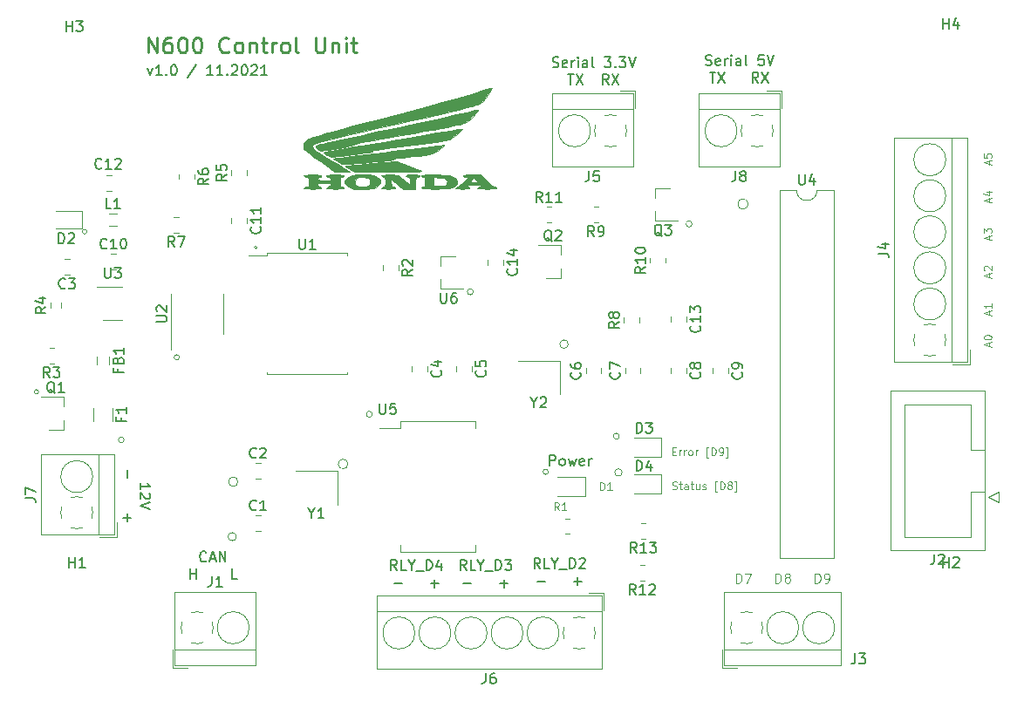
<source format=gbr>
%TF.GenerationSoftware,KiCad,Pcbnew,(5.1.12-1-10_14)*%
%TF.CreationDate,2021-11-26T20:13:54-05:00*%
%TF.ProjectId,Untitled,556e7469-746c-4656-942e-6b696361645f,rev?*%
%TF.SameCoordinates,Original*%
%TF.FileFunction,Legend,Top*%
%TF.FilePolarity,Positive*%
%FSLAX46Y46*%
G04 Gerber Fmt 4.6, Leading zero omitted, Abs format (unit mm)*
G04 Created by KiCad (PCBNEW (5.1.12-1-10_14)) date 2021-11-26 20:13:54*
%MOMM*%
%LPD*%
G01*
G04 APERTURE LIST*
%ADD10C,0.120000*%
%ADD11C,0.100000*%
%ADD12C,0.150000*%
%ADD13C,0.130000*%
%ADD14C,0.220000*%
%ADD15C,0.010000*%
G04 APERTURE END LIST*
D10*
X94507566Y-121462800D02*
G75*
G03*
X94507566Y-121462800I-273566J0D01*
G01*
X105400361Y-130860800D02*
G75*
G03*
X105400361Y-130860800I-396761J0D01*
G01*
X105559569Y-125526800D02*
G75*
G03*
X105559569Y-125526800I-454369J0D01*
G01*
X155087294Y-98552000D02*
G75*
G03*
X155087294Y-98552000I-502894J0D01*
G01*
X149648212Y-100482400D02*
G75*
G03*
X149648212Y-100482400I-296212J0D01*
G01*
X128404968Y-107086400D02*
G75*
G03*
X128404968Y-107086400I-287368J0D01*
G01*
X116241553Y-123799600D02*
G75*
G03*
X116241553Y-123799600I-468353J0D01*
G01*
X137620363Y-112166400D02*
G75*
G03*
X137620363Y-112166400I-409563J0D01*
G01*
X142853210Y-124612400D02*
G75*
G03*
X142853210Y-124612400I-359210J0D01*
G01*
X142578168Y-121107200D02*
G75*
G03*
X142578168Y-121107200I-287368J0D01*
G01*
X135686800Y-124561600D02*
G75*
G03*
X135686800Y-124561600I-254000J0D01*
G01*
X118609412Y-118973600D02*
G75*
G03*
X118609412Y-118973600I-296212J0D01*
G01*
X86219926Y-116789200D02*
G75*
G03*
X86219926Y-116789200I-215526J0D01*
G01*
X90893526Y-101244400D02*
G75*
G03*
X90893526Y-101244400I-215526J0D01*
G01*
X99872800Y-113436400D02*
G75*
G03*
X99872800Y-113436400I-254000J0D01*
G01*
X107433284Y-102768400D02*
G75*
G03*
X107433284Y-102768400I-143684J0D01*
G01*
D11*
X178496500Y-112354142D02*
X178496500Y-111997000D01*
X178710785Y-112425571D02*
X177960785Y-112175571D01*
X178710785Y-111925571D01*
X177960785Y-111532714D02*
X177960785Y-111461285D01*
X177996500Y-111389857D01*
X178032214Y-111354142D01*
X178103642Y-111318428D01*
X178246500Y-111282714D01*
X178425071Y-111282714D01*
X178567928Y-111318428D01*
X178639357Y-111354142D01*
X178675071Y-111389857D01*
X178710785Y-111461285D01*
X178710785Y-111532714D01*
X178675071Y-111604142D01*
X178639357Y-111639857D01*
X178567928Y-111675571D01*
X178425071Y-111711285D01*
X178246500Y-111711285D01*
X178103642Y-111675571D01*
X178032214Y-111639857D01*
X177996500Y-111604142D01*
X177960785Y-111532714D01*
X178496500Y-109282714D02*
X178496500Y-108925571D01*
X178710785Y-109354142D02*
X177960785Y-109104142D01*
X178710785Y-108854142D01*
X178710785Y-108211285D02*
X178710785Y-108639857D01*
X178710785Y-108425571D02*
X177960785Y-108425571D01*
X178067928Y-108497000D01*
X178139357Y-108568428D01*
X178175071Y-108639857D01*
X178496500Y-105639857D02*
X178496500Y-105282714D01*
X178710785Y-105711285D02*
X177960785Y-105461285D01*
X178710785Y-105211285D01*
X178032214Y-104997000D02*
X177996500Y-104961285D01*
X177960785Y-104889857D01*
X177960785Y-104711285D01*
X177996500Y-104639857D01*
X178032214Y-104604142D01*
X178103642Y-104568428D01*
X178175071Y-104568428D01*
X178282214Y-104604142D01*
X178710785Y-105032714D01*
X178710785Y-104568428D01*
X178496500Y-101997000D02*
X178496500Y-101639857D01*
X178710785Y-102068428D02*
X177960785Y-101818428D01*
X178710785Y-101568428D01*
X177960785Y-101389857D02*
X177960785Y-100925571D01*
X178246500Y-101175571D01*
X178246500Y-101068428D01*
X178282214Y-100997000D01*
X178317928Y-100961285D01*
X178389357Y-100925571D01*
X178567928Y-100925571D01*
X178639357Y-100961285D01*
X178675071Y-100997000D01*
X178710785Y-101068428D01*
X178710785Y-101282714D01*
X178675071Y-101354142D01*
X178639357Y-101389857D01*
X178496500Y-98354142D02*
X178496500Y-97997000D01*
X178710785Y-98425571D02*
X177960785Y-98175571D01*
X178710785Y-97925571D01*
X178210785Y-97354142D02*
X178710785Y-97354142D01*
X177925071Y-97532714D02*
X178460785Y-97711285D01*
X178460785Y-97247000D01*
X178496500Y-94711285D02*
X178496500Y-94354142D01*
X178710785Y-94782714D02*
X177960785Y-94532714D01*
X178710785Y-94282714D01*
X177960785Y-93675571D02*
X177960785Y-94032714D01*
X178317928Y-94068428D01*
X178282214Y-94032714D01*
X178246500Y-93961285D01*
X178246500Y-93782714D01*
X178282214Y-93711285D01*
X178317928Y-93675571D01*
X178389357Y-93639857D01*
X178567928Y-93639857D01*
X178639357Y-93675571D01*
X178675071Y-93711285D01*
X178710785Y-93782714D01*
X178710785Y-93961285D01*
X178675071Y-94032714D01*
X178639357Y-94068428D01*
D10*
X153953928Y-135344642D02*
X153953928Y-134444642D01*
X154168214Y-134444642D01*
X154296785Y-134487500D01*
X154382500Y-134573214D01*
X154425357Y-134658928D01*
X154468214Y-134830357D01*
X154468214Y-134958928D01*
X154425357Y-135130357D01*
X154382500Y-135216071D01*
X154296785Y-135301785D01*
X154168214Y-135344642D01*
X153953928Y-135344642D01*
X154768214Y-134444642D02*
X155368214Y-134444642D01*
X154982500Y-135344642D01*
X157768214Y-135344642D02*
X157768214Y-134444642D01*
X157982500Y-134444642D01*
X158111071Y-134487500D01*
X158196785Y-134573214D01*
X158239642Y-134658928D01*
X158282500Y-134830357D01*
X158282500Y-134958928D01*
X158239642Y-135130357D01*
X158196785Y-135216071D01*
X158111071Y-135301785D01*
X157982500Y-135344642D01*
X157768214Y-135344642D01*
X158796785Y-134830357D02*
X158711071Y-134787500D01*
X158668214Y-134744642D01*
X158625357Y-134658928D01*
X158625357Y-134616071D01*
X158668214Y-134530357D01*
X158711071Y-134487500D01*
X158796785Y-134444642D01*
X158968214Y-134444642D01*
X159053928Y-134487500D01*
X159096785Y-134530357D01*
X159139642Y-134616071D01*
X159139642Y-134658928D01*
X159096785Y-134744642D01*
X159053928Y-134787500D01*
X158968214Y-134830357D01*
X158796785Y-134830357D01*
X158711071Y-134873214D01*
X158668214Y-134916071D01*
X158625357Y-135001785D01*
X158625357Y-135173214D01*
X158668214Y-135258928D01*
X158711071Y-135301785D01*
X158796785Y-135344642D01*
X158968214Y-135344642D01*
X159053928Y-135301785D01*
X159096785Y-135258928D01*
X159139642Y-135173214D01*
X159139642Y-135001785D01*
X159096785Y-134916071D01*
X159053928Y-134873214D01*
X158968214Y-134830357D01*
X161582500Y-135344642D02*
X161582500Y-134444642D01*
X161796785Y-134444642D01*
X161925357Y-134487500D01*
X162011071Y-134573214D01*
X162053928Y-134658928D01*
X162096785Y-134830357D01*
X162096785Y-134958928D01*
X162053928Y-135130357D01*
X162011071Y-135216071D01*
X161925357Y-135301785D01*
X161796785Y-135344642D01*
X161582500Y-135344642D01*
X162525357Y-135344642D02*
X162696785Y-135344642D01*
X162782500Y-135301785D01*
X162825357Y-135258928D01*
X162911071Y-135130357D01*
X162953928Y-134958928D01*
X162953928Y-134616071D01*
X162911071Y-134530357D01*
X162868214Y-134487500D01*
X162782500Y-134444642D01*
X162611071Y-134444642D01*
X162525357Y-134487500D01*
X162482500Y-134530357D01*
X162439642Y-134616071D01*
X162439642Y-134830357D01*
X162482500Y-134916071D01*
X162525357Y-134958928D01*
X162611071Y-135001785D01*
X162782500Y-135001785D01*
X162868214Y-134958928D01*
X162911071Y-134916071D01*
X162953928Y-134830357D01*
D12*
X134898047Y-133929880D02*
X134564714Y-133453690D01*
X134326619Y-133929880D02*
X134326619Y-132929880D01*
X134707571Y-132929880D01*
X134802809Y-132977500D01*
X134850428Y-133025119D01*
X134898047Y-133120357D01*
X134898047Y-133263214D01*
X134850428Y-133358452D01*
X134802809Y-133406071D01*
X134707571Y-133453690D01*
X134326619Y-133453690D01*
X135802809Y-133929880D02*
X135326619Y-133929880D01*
X135326619Y-132929880D01*
X136326619Y-133453690D02*
X136326619Y-133929880D01*
X135993285Y-132929880D02*
X136326619Y-133453690D01*
X136659952Y-132929880D01*
X136755190Y-134025119D02*
X137517095Y-134025119D01*
X137755190Y-133929880D02*
X137755190Y-132929880D01*
X137993285Y-132929880D01*
X138136142Y-132977500D01*
X138231380Y-133072738D01*
X138279000Y-133167976D01*
X138326619Y-133358452D01*
X138326619Y-133501309D01*
X138279000Y-133691785D01*
X138231380Y-133787023D01*
X138136142Y-133882261D01*
X137993285Y-133929880D01*
X137755190Y-133929880D01*
X138707571Y-133025119D02*
X138755190Y-132977500D01*
X138850428Y-132929880D01*
X139088523Y-132929880D01*
X139183761Y-132977500D01*
X139231380Y-133025119D01*
X139279000Y-133120357D01*
X139279000Y-133215595D01*
X139231380Y-133358452D01*
X138659952Y-133929880D01*
X139279000Y-133929880D01*
X134636142Y-135198928D02*
X135398047Y-135198928D01*
X138159952Y-135198928D02*
X138921857Y-135198928D01*
X138540904Y-135579880D02*
X138540904Y-134817976D01*
X127722547Y-134120380D02*
X127389214Y-133644190D01*
X127151119Y-134120380D02*
X127151119Y-133120380D01*
X127532071Y-133120380D01*
X127627309Y-133168000D01*
X127674928Y-133215619D01*
X127722547Y-133310857D01*
X127722547Y-133453714D01*
X127674928Y-133548952D01*
X127627309Y-133596571D01*
X127532071Y-133644190D01*
X127151119Y-133644190D01*
X128627309Y-134120380D02*
X128151119Y-134120380D01*
X128151119Y-133120380D01*
X129151119Y-133644190D02*
X129151119Y-134120380D01*
X128817785Y-133120380D02*
X129151119Y-133644190D01*
X129484452Y-133120380D01*
X129579690Y-134215619D02*
X130341595Y-134215619D01*
X130579690Y-134120380D02*
X130579690Y-133120380D01*
X130817785Y-133120380D01*
X130960642Y-133168000D01*
X131055880Y-133263238D01*
X131103500Y-133358476D01*
X131151119Y-133548952D01*
X131151119Y-133691809D01*
X131103500Y-133882285D01*
X131055880Y-133977523D01*
X130960642Y-134072761D01*
X130817785Y-134120380D01*
X130579690Y-134120380D01*
X131484452Y-133120380D02*
X132103500Y-133120380D01*
X131770166Y-133501333D01*
X131913023Y-133501333D01*
X132008261Y-133548952D01*
X132055880Y-133596571D01*
X132103500Y-133691809D01*
X132103500Y-133929904D01*
X132055880Y-134025142D01*
X132008261Y-134072761D01*
X131913023Y-134120380D01*
X131627309Y-134120380D01*
X131532071Y-134072761D01*
X131484452Y-134025142D01*
X127460642Y-135389428D02*
X128222547Y-135389428D01*
X130984452Y-135389428D02*
X131746357Y-135389428D01*
X131365404Y-135770380D02*
X131365404Y-135008476D01*
X120991547Y-134120380D02*
X120658214Y-133644190D01*
X120420119Y-134120380D02*
X120420119Y-133120380D01*
X120801071Y-133120380D01*
X120896309Y-133168000D01*
X120943928Y-133215619D01*
X120991547Y-133310857D01*
X120991547Y-133453714D01*
X120943928Y-133548952D01*
X120896309Y-133596571D01*
X120801071Y-133644190D01*
X120420119Y-133644190D01*
X121896309Y-134120380D02*
X121420119Y-134120380D01*
X121420119Y-133120380D01*
X122420119Y-133644190D02*
X122420119Y-134120380D01*
X122086785Y-133120380D02*
X122420119Y-133644190D01*
X122753452Y-133120380D01*
X122848690Y-134215619D02*
X123610595Y-134215619D01*
X123848690Y-134120380D02*
X123848690Y-133120380D01*
X124086785Y-133120380D01*
X124229642Y-133168000D01*
X124324880Y-133263238D01*
X124372500Y-133358476D01*
X124420119Y-133548952D01*
X124420119Y-133691809D01*
X124372500Y-133882285D01*
X124324880Y-133977523D01*
X124229642Y-134072761D01*
X124086785Y-134120380D01*
X123848690Y-134120380D01*
X125277261Y-133453714D02*
X125277261Y-134120380D01*
X125039166Y-133072761D02*
X124801071Y-133787047D01*
X125420119Y-133787047D01*
X120729642Y-135389428D02*
X121491547Y-135389428D01*
X124253452Y-135389428D02*
X125015357Y-135389428D01*
X124634404Y-135770380D02*
X124634404Y-135008476D01*
X102481142Y-133199642D02*
X102433523Y-133247261D01*
X102290666Y-133294880D01*
X102195428Y-133294880D01*
X102052571Y-133247261D01*
X101957333Y-133152023D01*
X101909714Y-133056785D01*
X101862095Y-132866309D01*
X101862095Y-132723452D01*
X101909714Y-132532976D01*
X101957333Y-132437738D01*
X102052571Y-132342500D01*
X102195428Y-132294880D01*
X102290666Y-132294880D01*
X102433523Y-132342500D01*
X102481142Y-132390119D01*
X102862095Y-133009166D02*
X103338285Y-133009166D01*
X102766857Y-133294880D02*
X103100190Y-132294880D01*
X103433523Y-133294880D01*
X103766857Y-133294880D02*
X103766857Y-132294880D01*
X104338285Y-133294880D01*
X104338285Y-132294880D01*
X100909714Y-134944880D02*
X100909714Y-133944880D01*
X100909714Y-134421071D02*
X101481142Y-134421071D01*
X101481142Y-134944880D02*
X101481142Y-133944880D01*
X105481142Y-134944880D02*
X105004952Y-134944880D01*
X105004952Y-133944880D01*
D13*
X96806476Y-85383714D02*
X97044571Y-86050380D01*
X97282666Y-85383714D01*
X98187428Y-86050380D02*
X97616000Y-86050380D01*
X97901714Y-86050380D02*
X97901714Y-85050380D01*
X97806476Y-85193238D01*
X97711238Y-85288476D01*
X97616000Y-85336095D01*
X98616000Y-85955142D02*
X98663619Y-86002761D01*
X98616000Y-86050380D01*
X98568380Y-86002761D01*
X98616000Y-85955142D01*
X98616000Y-86050380D01*
X99282666Y-85050380D02*
X99377904Y-85050380D01*
X99473142Y-85098000D01*
X99520761Y-85145619D01*
X99568380Y-85240857D01*
X99616000Y-85431333D01*
X99616000Y-85669428D01*
X99568380Y-85859904D01*
X99520761Y-85955142D01*
X99473142Y-86002761D01*
X99377904Y-86050380D01*
X99282666Y-86050380D01*
X99187428Y-86002761D01*
X99139809Y-85955142D01*
X99092190Y-85859904D01*
X99044571Y-85669428D01*
X99044571Y-85431333D01*
X99092190Y-85240857D01*
X99139809Y-85145619D01*
X99187428Y-85098000D01*
X99282666Y-85050380D01*
X101520761Y-85002761D02*
X100663619Y-86288476D01*
X103139809Y-86050380D02*
X102568380Y-86050380D01*
X102854095Y-86050380D02*
X102854095Y-85050380D01*
X102758857Y-85193238D01*
X102663619Y-85288476D01*
X102568380Y-85336095D01*
X104092190Y-86050380D02*
X103520761Y-86050380D01*
X103806476Y-86050380D02*
X103806476Y-85050380D01*
X103711238Y-85193238D01*
X103616000Y-85288476D01*
X103520761Y-85336095D01*
X104520761Y-85955142D02*
X104568380Y-86002761D01*
X104520761Y-86050380D01*
X104473142Y-86002761D01*
X104520761Y-85955142D01*
X104520761Y-86050380D01*
X104949333Y-85145619D02*
X104996952Y-85098000D01*
X105092190Y-85050380D01*
X105330285Y-85050380D01*
X105425523Y-85098000D01*
X105473142Y-85145619D01*
X105520761Y-85240857D01*
X105520761Y-85336095D01*
X105473142Y-85478952D01*
X104901714Y-86050380D01*
X105520761Y-86050380D01*
X106139809Y-85050380D02*
X106235047Y-85050380D01*
X106330285Y-85098000D01*
X106377904Y-85145619D01*
X106425523Y-85240857D01*
X106473142Y-85431333D01*
X106473142Y-85669428D01*
X106425523Y-85859904D01*
X106377904Y-85955142D01*
X106330285Y-86002761D01*
X106235047Y-86050380D01*
X106139809Y-86050380D01*
X106044571Y-86002761D01*
X105996952Y-85955142D01*
X105949333Y-85859904D01*
X105901714Y-85669428D01*
X105901714Y-85431333D01*
X105949333Y-85240857D01*
X105996952Y-85145619D01*
X106044571Y-85098000D01*
X106139809Y-85050380D01*
X106854095Y-85145619D02*
X106901714Y-85098000D01*
X106996952Y-85050380D01*
X107235047Y-85050380D01*
X107330285Y-85098000D01*
X107377904Y-85145619D01*
X107425523Y-85240857D01*
X107425523Y-85336095D01*
X107377904Y-85478952D01*
X106806476Y-86050380D01*
X107425523Y-86050380D01*
X108377904Y-86050380D02*
X107806476Y-86050380D01*
X108092190Y-86050380D02*
X108092190Y-85050380D01*
X107996952Y-85193238D01*
X107901714Y-85288476D01*
X107806476Y-85336095D01*
D14*
X96829642Y-83863571D02*
X96829642Y-82363571D01*
X97686785Y-83863571D01*
X97686785Y-82363571D01*
X99043928Y-82363571D02*
X98758214Y-82363571D01*
X98615357Y-82435000D01*
X98543928Y-82506428D01*
X98401071Y-82720714D01*
X98329642Y-83006428D01*
X98329642Y-83577857D01*
X98401071Y-83720714D01*
X98472500Y-83792142D01*
X98615357Y-83863571D01*
X98901071Y-83863571D01*
X99043928Y-83792142D01*
X99115357Y-83720714D01*
X99186785Y-83577857D01*
X99186785Y-83220714D01*
X99115357Y-83077857D01*
X99043928Y-83006428D01*
X98901071Y-82935000D01*
X98615357Y-82935000D01*
X98472500Y-83006428D01*
X98401071Y-83077857D01*
X98329642Y-83220714D01*
X100115357Y-82363571D02*
X100258214Y-82363571D01*
X100401071Y-82435000D01*
X100472500Y-82506428D01*
X100543928Y-82649285D01*
X100615357Y-82935000D01*
X100615357Y-83292142D01*
X100543928Y-83577857D01*
X100472500Y-83720714D01*
X100401071Y-83792142D01*
X100258214Y-83863571D01*
X100115357Y-83863571D01*
X99972500Y-83792142D01*
X99901071Y-83720714D01*
X99829642Y-83577857D01*
X99758214Y-83292142D01*
X99758214Y-82935000D01*
X99829642Y-82649285D01*
X99901071Y-82506428D01*
X99972500Y-82435000D01*
X100115357Y-82363571D01*
X101543928Y-82363571D02*
X101686785Y-82363571D01*
X101829642Y-82435000D01*
X101901071Y-82506428D01*
X101972500Y-82649285D01*
X102043928Y-82935000D01*
X102043928Y-83292142D01*
X101972500Y-83577857D01*
X101901071Y-83720714D01*
X101829642Y-83792142D01*
X101686785Y-83863571D01*
X101543928Y-83863571D01*
X101401071Y-83792142D01*
X101329642Y-83720714D01*
X101258214Y-83577857D01*
X101186785Y-83292142D01*
X101186785Y-82935000D01*
X101258214Y-82649285D01*
X101329642Y-82506428D01*
X101401071Y-82435000D01*
X101543928Y-82363571D01*
X104686785Y-83720714D02*
X104615357Y-83792142D01*
X104401071Y-83863571D01*
X104258214Y-83863571D01*
X104043928Y-83792142D01*
X103901071Y-83649285D01*
X103829642Y-83506428D01*
X103758214Y-83220714D01*
X103758214Y-83006428D01*
X103829642Y-82720714D01*
X103901071Y-82577857D01*
X104043928Y-82435000D01*
X104258214Y-82363571D01*
X104401071Y-82363571D01*
X104615357Y-82435000D01*
X104686785Y-82506428D01*
X105543928Y-83863571D02*
X105401071Y-83792142D01*
X105329642Y-83720714D01*
X105258214Y-83577857D01*
X105258214Y-83149285D01*
X105329642Y-83006428D01*
X105401071Y-82935000D01*
X105543928Y-82863571D01*
X105758214Y-82863571D01*
X105901071Y-82935000D01*
X105972500Y-83006428D01*
X106043928Y-83149285D01*
X106043928Y-83577857D01*
X105972500Y-83720714D01*
X105901071Y-83792142D01*
X105758214Y-83863571D01*
X105543928Y-83863571D01*
X106686785Y-82863571D02*
X106686785Y-83863571D01*
X106686785Y-83006428D02*
X106758214Y-82935000D01*
X106901071Y-82863571D01*
X107115357Y-82863571D01*
X107258214Y-82935000D01*
X107329642Y-83077857D01*
X107329642Y-83863571D01*
X107829642Y-82863571D02*
X108401071Y-82863571D01*
X108043928Y-82363571D02*
X108043928Y-83649285D01*
X108115357Y-83792142D01*
X108258214Y-83863571D01*
X108401071Y-83863571D01*
X108901071Y-83863571D02*
X108901071Y-82863571D01*
X108901071Y-83149285D02*
X108972500Y-83006428D01*
X109043928Y-82935000D01*
X109186785Y-82863571D01*
X109329642Y-82863571D01*
X110043928Y-83863571D02*
X109901071Y-83792142D01*
X109829642Y-83720714D01*
X109758214Y-83577857D01*
X109758214Y-83149285D01*
X109829642Y-83006428D01*
X109901071Y-82935000D01*
X110043928Y-82863571D01*
X110258214Y-82863571D01*
X110401071Y-82935000D01*
X110472500Y-83006428D01*
X110543928Y-83149285D01*
X110543928Y-83577857D01*
X110472500Y-83720714D01*
X110401071Y-83792142D01*
X110258214Y-83863571D01*
X110043928Y-83863571D01*
X111401071Y-83863571D02*
X111258214Y-83792142D01*
X111186785Y-83649285D01*
X111186785Y-82363571D01*
X113115357Y-82363571D02*
X113115357Y-83577857D01*
X113186785Y-83720714D01*
X113258214Y-83792142D01*
X113401071Y-83863571D01*
X113686785Y-83863571D01*
X113829642Y-83792142D01*
X113901071Y-83720714D01*
X113972500Y-83577857D01*
X113972500Y-82363571D01*
X114686785Y-82863571D02*
X114686785Y-83863571D01*
X114686785Y-83006428D02*
X114758214Y-82935000D01*
X114901071Y-82863571D01*
X115115357Y-82863571D01*
X115258214Y-82935000D01*
X115329642Y-83077857D01*
X115329642Y-83863571D01*
X116043928Y-83863571D02*
X116043928Y-82863571D01*
X116043928Y-82363571D02*
X115972500Y-82435000D01*
X116043928Y-82506428D01*
X116115357Y-82435000D01*
X116043928Y-82363571D01*
X116043928Y-82506428D01*
X116543928Y-82863571D02*
X117115357Y-82863571D01*
X116758214Y-82363571D02*
X116758214Y-83649285D01*
X116829642Y-83792142D01*
X116972500Y-83863571D01*
X117115357Y-83863571D01*
D12*
X96067119Y-126253952D02*
X96067119Y-125682523D01*
X96067119Y-125968238D02*
X97067119Y-125968238D01*
X96924261Y-125873000D01*
X96829023Y-125777761D01*
X96781404Y-125682523D01*
X96971880Y-126634904D02*
X97019500Y-126682523D01*
X97067119Y-126777761D01*
X97067119Y-127015857D01*
X97019500Y-127111095D01*
X96971880Y-127158714D01*
X96876642Y-127206333D01*
X96781404Y-127206333D01*
X96638547Y-127158714D01*
X96067119Y-126587285D01*
X96067119Y-127206333D01*
X97067119Y-127492047D02*
X96067119Y-127825380D01*
X97067119Y-128158714D01*
X94798071Y-124349190D02*
X94798071Y-125111095D01*
X94798071Y-128634904D02*
X94798071Y-129396809D01*
X94417119Y-129015857D02*
X95179023Y-129015857D01*
X135818809Y-123959880D02*
X135818809Y-122959880D01*
X136199761Y-122959880D01*
X136295000Y-123007500D01*
X136342619Y-123055119D01*
X136390238Y-123150357D01*
X136390238Y-123293214D01*
X136342619Y-123388452D01*
X136295000Y-123436071D01*
X136199761Y-123483690D01*
X135818809Y-123483690D01*
X136961666Y-123959880D02*
X136866428Y-123912261D01*
X136818809Y-123864642D01*
X136771190Y-123769404D01*
X136771190Y-123483690D01*
X136818809Y-123388452D01*
X136866428Y-123340833D01*
X136961666Y-123293214D01*
X137104523Y-123293214D01*
X137199761Y-123340833D01*
X137247380Y-123388452D01*
X137295000Y-123483690D01*
X137295000Y-123769404D01*
X137247380Y-123864642D01*
X137199761Y-123912261D01*
X137104523Y-123959880D01*
X136961666Y-123959880D01*
X137628333Y-123293214D02*
X137818809Y-123959880D01*
X138009285Y-123483690D01*
X138199761Y-123959880D01*
X138390238Y-123293214D01*
X139152142Y-123912261D02*
X139056904Y-123959880D01*
X138866428Y-123959880D01*
X138771190Y-123912261D01*
X138723571Y-123817023D01*
X138723571Y-123436071D01*
X138771190Y-123340833D01*
X138866428Y-123293214D01*
X139056904Y-123293214D01*
X139152142Y-123340833D01*
X139199761Y-123436071D01*
X139199761Y-123531309D01*
X138723571Y-123626547D01*
X139628333Y-123959880D02*
X139628333Y-123293214D01*
X139628333Y-123483690D02*
X139675952Y-123388452D01*
X139723571Y-123340833D01*
X139818809Y-123293214D01*
X139914047Y-123293214D01*
D11*
X147733142Y-126224071D02*
X147840285Y-126259785D01*
X148018857Y-126259785D01*
X148090285Y-126224071D01*
X148126000Y-126188357D01*
X148161714Y-126116928D01*
X148161714Y-126045500D01*
X148126000Y-125974071D01*
X148090285Y-125938357D01*
X148018857Y-125902642D01*
X147876000Y-125866928D01*
X147804571Y-125831214D01*
X147768857Y-125795500D01*
X147733142Y-125724071D01*
X147733142Y-125652642D01*
X147768857Y-125581214D01*
X147804571Y-125545500D01*
X147876000Y-125509785D01*
X148054571Y-125509785D01*
X148161714Y-125545500D01*
X148376000Y-125759785D02*
X148661714Y-125759785D01*
X148483142Y-125509785D02*
X148483142Y-126152642D01*
X148518857Y-126224071D01*
X148590285Y-126259785D01*
X148661714Y-126259785D01*
X149233142Y-126259785D02*
X149233142Y-125866928D01*
X149197428Y-125795500D01*
X149126000Y-125759785D01*
X148983142Y-125759785D01*
X148911714Y-125795500D01*
X149233142Y-126224071D02*
X149161714Y-126259785D01*
X148983142Y-126259785D01*
X148911714Y-126224071D01*
X148876000Y-126152642D01*
X148876000Y-126081214D01*
X148911714Y-126009785D01*
X148983142Y-125974071D01*
X149161714Y-125974071D01*
X149233142Y-125938357D01*
X149483142Y-125759785D02*
X149768857Y-125759785D01*
X149590285Y-125509785D02*
X149590285Y-126152642D01*
X149626000Y-126224071D01*
X149697428Y-126259785D01*
X149768857Y-126259785D01*
X150340285Y-125759785D02*
X150340285Y-126259785D01*
X150018857Y-125759785D02*
X150018857Y-126152642D01*
X150054571Y-126224071D01*
X150126000Y-126259785D01*
X150233142Y-126259785D01*
X150304571Y-126224071D01*
X150340285Y-126188357D01*
X150661714Y-126224071D02*
X150733142Y-126259785D01*
X150876000Y-126259785D01*
X150947428Y-126224071D01*
X150983142Y-126152642D01*
X150983142Y-126116928D01*
X150947428Y-126045500D01*
X150876000Y-126009785D01*
X150768857Y-126009785D01*
X150697428Y-125974071D01*
X150661714Y-125902642D01*
X150661714Y-125866928D01*
X150697428Y-125795500D01*
X150768857Y-125759785D01*
X150876000Y-125759785D01*
X150947428Y-125795500D01*
X152090285Y-126509785D02*
X151911714Y-126509785D01*
X151911714Y-125438357D01*
X152090285Y-125438357D01*
X152376000Y-126259785D02*
X152376000Y-125509785D01*
X152554571Y-125509785D01*
X152661714Y-125545500D01*
X152733142Y-125616928D01*
X152768857Y-125688357D01*
X152804571Y-125831214D01*
X152804571Y-125938357D01*
X152768857Y-126081214D01*
X152733142Y-126152642D01*
X152661714Y-126224071D01*
X152554571Y-126259785D01*
X152376000Y-126259785D01*
X153233142Y-125831214D02*
X153161714Y-125795500D01*
X153126000Y-125759785D01*
X153090285Y-125688357D01*
X153090285Y-125652642D01*
X153126000Y-125581214D01*
X153161714Y-125545500D01*
X153233142Y-125509785D01*
X153376000Y-125509785D01*
X153447428Y-125545500D01*
X153483142Y-125581214D01*
X153518857Y-125652642D01*
X153518857Y-125688357D01*
X153483142Y-125759785D01*
X153447428Y-125795500D01*
X153376000Y-125831214D01*
X153233142Y-125831214D01*
X153161714Y-125866928D01*
X153126000Y-125902642D01*
X153090285Y-125974071D01*
X153090285Y-126116928D01*
X153126000Y-126188357D01*
X153161714Y-126224071D01*
X153233142Y-126259785D01*
X153376000Y-126259785D01*
X153447428Y-126224071D01*
X153483142Y-126188357D01*
X153518857Y-126116928D01*
X153518857Y-125974071D01*
X153483142Y-125902642D01*
X153447428Y-125866928D01*
X153376000Y-125831214D01*
X153768857Y-126509785D02*
X153947428Y-126509785D01*
X153947428Y-125438357D01*
X153768857Y-125438357D01*
X147717214Y-122564928D02*
X147967214Y-122564928D01*
X148074357Y-122957785D02*
X147717214Y-122957785D01*
X147717214Y-122207785D01*
X148074357Y-122207785D01*
X148395785Y-122957785D02*
X148395785Y-122457785D01*
X148395785Y-122600642D02*
X148431500Y-122529214D01*
X148467214Y-122493500D01*
X148538642Y-122457785D01*
X148610071Y-122457785D01*
X148860071Y-122957785D02*
X148860071Y-122457785D01*
X148860071Y-122600642D02*
X148895785Y-122529214D01*
X148931500Y-122493500D01*
X149002928Y-122457785D01*
X149074357Y-122457785D01*
X149431500Y-122957785D02*
X149360071Y-122922071D01*
X149324357Y-122886357D01*
X149288642Y-122814928D01*
X149288642Y-122600642D01*
X149324357Y-122529214D01*
X149360071Y-122493500D01*
X149431500Y-122457785D01*
X149538642Y-122457785D01*
X149610071Y-122493500D01*
X149645785Y-122529214D01*
X149681500Y-122600642D01*
X149681500Y-122814928D01*
X149645785Y-122886357D01*
X149610071Y-122922071D01*
X149538642Y-122957785D01*
X149431500Y-122957785D01*
X150002928Y-122957785D02*
X150002928Y-122457785D01*
X150002928Y-122600642D02*
X150038642Y-122529214D01*
X150074357Y-122493500D01*
X150145785Y-122457785D01*
X150217214Y-122457785D01*
X151252928Y-123207785D02*
X151074357Y-123207785D01*
X151074357Y-122136357D01*
X151252928Y-122136357D01*
X151538642Y-122957785D02*
X151538642Y-122207785D01*
X151717214Y-122207785D01*
X151824357Y-122243500D01*
X151895785Y-122314928D01*
X151931500Y-122386357D01*
X151967214Y-122529214D01*
X151967214Y-122636357D01*
X151931500Y-122779214D01*
X151895785Y-122850642D01*
X151824357Y-122922071D01*
X151717214Y-122957785D01*
X151538642Y-122957785D01*
X152324357Y-122957785D02*
X152467214Y-122957785D01*
X152538642Y-122922071D01*
X152574357Y-122886357D01*
X152645785Y-122779214D01*
X152681500Y-122636357D01*
X152681500Y-122350642D01*
X152645785Y-122279214D01*
X152610071Y-122243500D01*
X152538642Y-122207785D01*
X152395785Y-122207785D01*
X152324357Y-122243500D01*
X152288642Y-122279214D01*
X152252928Y-122350642D01*
X152252928Y-122529214D01*
X152288642Y-122600642D01*
X152324357Y-122636357D01*
X152395785Y-122672071D01*
X152538642Y-122672071D01*
X152610071Y-122636357D01*
X152645785Y-122600642D01*
X152681500Y-122529214D01*
X152931500Y-123207785D02*
X153110071Y-123207785D01*
X153110071Y-122136357D01*
X152931500Y-122136357D01*
D12*
X150979595Y-85050761D02*
X151122452Y-85098380D01*
X151360547Y-85098380D01*
X151455785Y-85050761D01*
X151503404Y-85003142D01*
X151551023Y-84907904D01*
X151551023Y-84812666D01*
X151503404Y-84717428D01*
X151455785Y-84669809D01*
X151360547Y-84622190D01*
X151170071Y-84574571D01*
X151074833Y-84526952D01*
X151027214Y-84479333D01*
X150979595Y-84384095D01*
X150979595Y-84288857D01*
X151027214Y-84193619D01*
X151074833Y-84146000D01*
X151170071Y-84098380D01*
X151408166Y-84098380D01*
X151551023Y-84146000D01*
X152360547Y-85050761D02*
X152265309Y-85098380D01*
X152074833Y-85098380D01*
X151979595Y-85050761D01*
X151931976Y-84955523D01*
X151931976Y-84574571D01*
X151979595Y-84479333D01*
X152074833Y-84431714D01*
X152265309Y-84431714D01*
X152360547Y-84479333D01*
X152408166Y-84574571D01*
X152408166Y-84669809D01*
X151931976Y-84765047D01*
X152836738Y-85098380D02*
X152836738Y-84431714D01*
X152836738Y-84622190D02*
X152884357Y-84526952D01*
X152931976Y-84479333D01*
X153027214Y-84431714D01*
X153122452Y-84431714D01*
X153455785Y-85098380D02*
X153455785Y-84431714D01*
X153455785Y-84098380D02*
X153408166Y-84146000D01*
X153455785Y-84193619D01*
X153503404Y-84146000D01*
X153455785Y-84098380D01*
X153455785Y-84193619D01*
X154360547Y-85098380D02*
X154360547Y-84574571D01*
X154312928Y-84479333D01*
X154217690Y-84431714D01*
X154027214Y-84431714D01*
X153931976Y-84479333D01*
X154360547Y-85050761D02*
X154265309Y-85098380D01*
X154027214Y-85098380D01*
X153931976Y-85050761D01*
X153884357Y-84955523D01*
X153884357Y-84860285D01*
X153931976Y-84765047D01*
X154027214Y-84717428D01*
X154265309Y-84717428D01*
X154360547Y-84669809D01*
X154979595Y-85098380D02*
X154884357Y-85050761D01*
X154836738Y-84955523D01*
X154836738Y-84098380D01*
X156598642Y-84098380D02*
X156122452Y-84098380D01*
X156074833Y-84574571D01*
X156122452Y-84526952D01*
X156217690Y-84479333D01*
X156455785Y-84479333D01*
X156551023Y-84526952D01*
X156598642Y-84574571D01*
X156646261Y-84669809D01*
X156646261Y-84907904D01*
X156598642Y-85003142D01*
X156551023Y-85050761D01*
X156455785Y-85098380D01*
X156217690Y-85098380D01*
X156122452Y-85050761D01*
X156074833Y-85003142D01*
X156931976Y-84098380D02*
X157265309Y-85098380D01*
X157598642Y-84098380D01*
X151360547Y-85748380D02*
X151931976Y-85748380D01*
X151646261Y-86748380D02*
X151646261Y-85748380D01*
X152170071Y-85748380D02*
X152836738Y-86748380D01*
X152836738Y-85748380D02*
X152170071Y-86748380D01*
X156074833Y-86748380D02*
X155741500Y-86272190D01*
X155503404Y-86748380D02*
X155503404Y-85748380D01*
X155884357Y-85748380D01*
X155979595Y-85796000D01*
X156027214Y-85843619D01*
X156074833Y-85938857D01*
X156074833Y-86081714D01*
X156027214Y-86176952D01*
X155979595Y-86224571D01*
X155884357Y-86272190D01*
X155503404Y-86272190D01*
X156408166Y-85748380D02*
X157074833Y-86748380D01*
X157074833Y-85748380D02*
X156408166Y-86748380D01*
X136104809Y-85241261D02*
X136247666Y-85288880D01*
X136485761Y-85288880D01*
X136581000Y-85241261D01*
X136628619Y-85193642D01*
X136676238Y-85098404D01*
X136676238Y-85003166D01*
X136628619Y-84907928D01*
X136581000Y-84860309D01*
X136485761Y-84812690D01*
X136295285Y-84765071D01*
X136200047Y-84717452D01*
X136152428Y-84669833D01*
X136104809Y-84574595D01*
X136104809Y-84479357D01*
X136152428Y-84384119D01*
X136200047Y-84336500D01*
X136295285Y-84288880D01*
X136533380Y-84288880D01*
X136676238Y-84336500D01*
X137485761Y-85241261D02*
X137390523Y-85288880D01*
X137200047Y-85288880D01*
X137104809Y-85241261D01*
X137057190Y-85146023D01*
X137057190Y-84765071D01*
X137104809Y-84669833D01*
X137200047Y-84622214D01*
X137390523Y-84622214D01*
X137485761Y-84669833D01*
X137533380Y-84765071D01*
X137533380Y-84860309D01*
X137057190Y-84955547D01*
X137961952Y-85288880D02*
X137961952Y-84622214D01*
X137961952Y-84812690D02*
X138009571Y-84717452D01*
X138057190Y-84669833D01*
X138152428Y-84622214D01*
X138247666Y-84622214D01*
X138581000Y-85288880D02*
X138581000Y-84622214D01*
X138581000Y-84288880D02*
X138533380Y-84336500D01*
X138581000Y-84384119D01*
X138628619Y-84336500D01*
X138581000Y-84288880D01*
X138581000Y-84384119D01*
X139485761Y-85288880D02*
X139485761Y-84765071D01*
X139438142Y-84669833D01*
X139342904Y-84622214D01*
X139152428Y-84622214D01*
X139057190Y-84669833D01*
X139485761Y-85241261D02*
X139390523Y-85288880D01*
X139152428Y-85288880D01*
X139057190Y-85241261D01*
X139009571Y-85146023D01*
X139009571Y-85050785D01*
X139057190Y-84955547D01*
X139152428Y-84907928D01*
X139390523Y-84907928D01*
X139485761Y-84860309D01*
X140104809Y-85288880D02*
X140009571Y-85241261D01*
X139961952Y-85146023D01*
X139961952Y-84288880D01*
X141152428Y-84288880D02*
X141771476Y-84288880D01*
X141438142Y-84669833D01*
X141581000Y-84669833D01*
X141676238Y-84717452D01*
X141723857Y-84765071D01*
X141771476Y-84860309D01*
X141771476Y-85098404D01*
X141723857Y-85193642D01*
X141676238Y-85241261D01*
X141581000Y-85288880D01*
X141295285Y-85288880D01*
X141200047Y-85241261D01*
X141152428Y-85193642D01*
X142200047Y-85193642D02*
X142247666Y-85241261D01*
X142200047Y-85288880D01*
X142152428Y-85241261D01*
X142200047Y-85193642D01*
X142200047Y-85288880D01*
X142581000Y-84288880D02*
X143200047Y-84288880D01*
X142866714Y-84669833D01*
X143009571Y-84669833D01*
X143104809Y-84717452D01*
X143152428Y-84765071D01*
X143200047Y-84860309D01*
X143200047Y-85098404D01*
X143152428Y-85193642D01*
X143104809Y-85241261D01*
X143009571Y-85288880D01*
X142723857Y-85288880D01*
X142628619Y-85241261D01*
X142581000Y-85193642D01*
X143485761Y-84288880D02*
X143819095Y-85288880D01*
X144152428Y-84288880D01*
X137581000Y-85938880D02*
X138152428Y-85938880D01*
X137866714Y-86938880D02*
X137866714Y-85938880D01*
X138390523Y-85938880D02*
X139057190Y-86938880D01*
X139057190Y-85938880D02*
X138390523Y-86938880D01*
X141533380Y-86938880D02*
X141200047Y-86462690D01*
X140961952Y-86938880D02*
X140961952Y-85938880D01*
X141342904Y-85938880D01*
X141438142Y-85986500D01*
X141485761Y-86034119D01*
X141533380Y-86129357D01*
X141533380Y-86272214D01*
X141485761Y-86367452D01*
X141438142Y-86415071D01*
X141342904Y-86462690D01*
X140961952Y-86462690D01*
X141866714Y-85938880D02*
X142533380Y-86938880D01*
X142533380Y-85938880D02*
X141866714Y-86938880D01*
D15*
%TO.C,G\u002A\u002A\u002A*%
G36*
X128837577Y-89476462D02*
G01*
X128723110Y-89638658D01*
X128674386Y-89700782D01*
X128262200Y-90166074D01*
X127865870Y-90504829D01*
X127560853Y-90682743D01*
X127455438Y-90722387D01*
X127295408Y-90768782D01*
X127068736Y-90824217D01*
X126763396Y-90890985D01*
X126367361Y-90971377D01*
X125868605Y-91067685D01*
X125255101Y-91182202D01*
X124514823Y-91317218D01*
X123635743Y-91475026D01*
X122605836Y-91657917D01*
X121413075Y-91868183D01*
X120485370Y-92031032D01*
X119501031Y-92205523D01*
X118691631Y-92353373D01*
X118048057Y-92476433D01*
X117561196Y-92576554D01*
X117221934Y-92655586D01*
X117021157Y-92715379D01*
X116957592Y-92747240D01*
X116795486Y-92818778D01*
X116453809Y-92906792D01*
X115930156Y-93011827D01*
X115311296Y-93119701D01*
X114793827Y-93204005D01*
X114332381Y-93276132D01*
X113961791Y-93330874D01*
X113716886Y-93363026D01*
X113641481Y-93369342D01*
X113455675Y-93323077D01*
X113288703Y-93231730D01*
X113125764Y-93063593D01*
X113145636Y-92923588D01*
X113350564Y-92803151D01*
X113406296Y-92783220D01*
X113546481Y-92746894D01*
X113851803Y-92675540D01*
X114306773Y-92572566D01*
X114895902Y-92441376D01*
X115603699Y-92285375D01*
X116414676Y-92107969D01*
X117313342Y-91912563D01*
X118284209Y-91702562D01*
X119311786Y-91481372D01*
X119967962Y-91340667D01*
X121602414Y-90990242D01*
X123059896Y-90676779D01*
X124344310Y-90399420D01*
X125459557Y-90157312D01*
X126409537Y-89949597D01*
X127198151Y-89775420D01*
X127829301Y-89633926D01*
X128306887Y-89524258D01*
X128634811Y-89445562D01*
X128781798Y-89407216D01*
X128854960Y-89405272D01*
X128837577Y-89476462D01*
G37*
X128837577Y-89476462D02*
X128723110Y-89638658D01*
X128674386Y-89700782D01*
X128262200Y-90166074D01*
X127865870Y-90504829D01*
X127560853Y-90682743D01*
X127455438Y-90722387D01*
X127295408Y-90768782D01*
X127068736Y-90824217D01*
X126763396Y-90890985D01*
X126367361Y-90971377D01*
X125868605Y-91067685D01*
X125255101Y-91182202D01*
X124514823Y-91317218D01*
X123635743Y-91475026D01*
X122605836Y-91657917D01*
X121413075Y-91868183D01*
X120485370Y-92031032D01*
X119501031Y-92205523D01*
X118691631Y-92353373D01*
X118048057Y-92476433D01*
X117561196Y-92576554D01*
X117221934Y-92655586D01*
X117021157Y-92715379D01*
X116957592Y-92747240D01*
X116795486Y-92818778D01*
X116453809Y-92906792D01*
X115930156Y-93011827D01*
X115311296Y-93119701D01*
X114793827Y-93204005D01*
X114332381Y-93276132D01*
X113961791Y-93330874D01*
X113716886Y-93363026D01*
X113641481Y-93369342D01*
X113455675Y-93323077D01*
X113288703Y-93231730D01*
X113125764Y-93063593D01*
X113145636Y-92923588D01*
X113350564Y-92803151D01*
X113406296Y-92783220D01*
X113546481Y-92746894D01*
X113851803Y-92675540D01*
X114306773Y-92572566D01*
X114895902Y-92441376D01*
X115603699Y-92285375D01*
X116414676Y-92107969D01*
X117313342Y-91912563D01*
X118284209Y-91702562D01*
X119311786Y-91481372D01*
X119967962Y-91340667D01*
X121602414Y-90990242D01*
X123059896Y-90676779D01*
X124344310Y-90399420D01*
X125459557Y-90157312D01*
X126409537Y-89949597D01*
X127198151Y-89775420D01*
X127829301Y-89633926D01*
X128306887Y-89524258D01*
X128634811Y-89445562D01*
X128781798Y-89407216D01*
X128854960Y-89405272D01*
X128837577Y-89476462D01*
G36*
X127305740Y-91285957D02*
G01*
X127244080Y-91384620D01*
X127082909Y-91549005D01*
X126857943Y-91749369D01*
X126604894Y-91955970D01*
X126359479Y-92139067D01*
X126157410Y-92268917D01*
X126081536Y-92305442D01*
X125950208Y-92332859D01*
X125658639Y-92380518D01*
X125231927Y-92445023D01*
X124695171Y-92522984D01*
X124073470Y-92611005D01*
X123391921Y-92705694D01*
X122675624Y-92803659D01*
X121949676Y-92901505D01*
X121239178Y-92995840D01*
X120569226Y-93083271D01*
X119964919Y-93160404D01*
X119451357Y-93223846D01*
X119053637Y-93270205D01*
X118796858Y-93296086D01*
X118722106Y-93300379D01*
X118658874Y-93356209D01*
X118650925Y-93403352D01*
X118638003Y-93494969D01*
X118627209Y-93506324D01*
X118531728Y-93517584D01*
X118278919Y-93549014D01*
X117896779Y-93597089D01*
X117413306Y-93658283D01*
X116856498Y-93729071D01*
X116722209Y-93746185D01*
X116139571Y-93819246D01*
X115611377Y-93883177D01*
X115168920Y-93934373D01*
X114843495Y-93969233D01*
X114666396Y-93984152D01*
X114652777Y-93984443D01*
X114470452Y-93939150D01*
X114236386Y-93827313D01*
X114149908Y-93774019D01*
X113971469Y-93643352D01*
X113881075Y-93552310D01*
X113879766Y-93532666D01*
X113902342Y-93522232D01*
X113952772Y-93507960D01*
X114042945Y-93487786D01*
X114184745Y-93459647D01*
X114390062Y-93421480D01*
X114670782Y-93371223D01*
X115038791Y-93306810D01*
X115505978Y-93226181D01*
X116084228Y-93127271D01*
X116785430Y-93008017D01*
X117621470Y-92866355D01*
X118604235Y-92700224D01*
X119745613Y-92507559D01*
X121057490Y-92286298D01*
X121171009Y-92267157D01*
X122180082Y-92096962D01*
X123139134Y-91935101D01*
X124031706Y-91784358D01*
X124841334Y-91647518D01*
X125551557Y-91527367D01*
X126145914Y-91426690D01*
X126607943Y-91348272D01*
X126921181Y-91294897D01*
X127069168Y-91269350D01*
X127074158Y-91268449D01*
X127246188Y-91256855D01*
X127305740Y-91285957D01*
G37*
X127305740Y-91285957D02*
X127244080Y-91384620D01*
X127082909Y-91549005D01*
X126857943Y-91749369D01*
X126604894Y-91955970D01*
X126359479Y-92139067D01*
X126157410Y-92268917D01*
X126081536Y-92305442D01*
X125950208Y-92332859D01*
X125658639Y-92380518D01*
X125231927Y-92445023D01*
X124695171Y-92522984D01*
X124073470Y-92611005D01*
X123391921Y-92705694D01*
X122675624Y-92803659D01*
X121949676Y-92901505D01*
X121239178Y-92995840D01*
X120569226Y-93083271D01*
X119964919Y-93160404D01*
X119451357Y-93223846D01*
X119053637Y-93270205D01*
X118796858Y-93296086D01*
X118722106Y-93300379D01*
X118658874Y-93356209D01*
X118650925Y-93403352D01*
X118638003Y-93494969D01*
X118627209Y-93506324D01*
X118531728Y-93517584D01*
X118278919Y-93549014D01*
X117896779Y-93597089D01*
X117413306Y-93658283D01*
X116856498Y-93729071D01*
X116722209Y-93746185D01*
X116139571Y-93819246D01*
X115611377Y-93883177D01*
X115168920Y-93934373D01*
X114843495Y-93969233D01*
X114666396Y-93984152D01*
X114652777Y-93984443D01*
X114470452Y-93939150D01*
X114236386Y-93827313D01*
X114149908Y-93774019D01*
X113971469Y-93643352D01*
X113881075Y-93552310D01*
X113879766Y-93532666D01*
X113902342Y-93522232D01*
X113952772Y-93507960D01*
X114042945Y-93487786D01*
X114184745Y-93459647D01*
X114390062Y-93421480D01*
X114670782Y-93371223D01*
X115038791Y-93306810D01*
X115505978Y-93226181D01*
X116084228Y-93127271D01*
X116785430Y-93008017D01*
X117621470Y-92866355D01*
X118604235Y-92700224D01*
X119745613Y-92507559D01*
X121057490Y-92286298D01*
X121171009Y-92267157D01*
X122180082Y-92096962D01*
X123139134Y-91935101D01*
X124031706Y-91784358D01*
X124841334Y-91647518D01*
X125551557Y-91527367D01*
X126145914Y-91426690D01*
X126607943Y-91348272D01*
X126921181Y-91294897D01*
X127069168Y-91269350D01*
X127074158Y-91268449D01*
X127246188Y-91256855D01*
X127305740Y-91285957D01*
G36*
X125548324Y-92859490D02*
G01*
X125447256Y-92963432D01*
X125263888Y-93109141D01*
X125029950Y-93274096D01*
X124777177Y-93435774D01*
X124537299Y-93571654D01*
X124363820Y-93651346D01*
X124089714Y-93723512D01*
X123650506Y-93798814D01*
X123069023Y-93873718D01*
X122623450Y-93920727D01*
X121964780Y-93985498D01*
X121469434Y-94035827D01*
X121114191Y-94075140D01*
X120875826Y-94106863D01*
X120731117Y-94134423D01*
X120656841Y-94161245D01*
X120629774Y-94190756D01*
X120626481Y-94215348D01*
X120559920Y-94249367D01*
X120353399Y-94288119D01*
X119996658Y-94332784D01*
X119479439Y-94384540D01*
X118791483Y-94444567D01*
X118251111Y-94488324D01*
X117597282Y-94539485D01*
X117001151Y-94585009D01*
X116489561Y-94622937D01*
X116089355Y-94651310D01*
X115827376Y-94668168D01*
X115734629Y-94672028D01*
X115591420Y-94626088D01*
X115369795Y-94512066D01*
X115190757Y-94401868D01*
X114787995Y-94136016D01*
X115049646Y-94097542D01*
X115226519Y-94073812D01*
X115560250Y-94031228D01*
X116030374Y-93972286D01*
X116616427Y-93899477D01*
X117297945Y-93815296D01*
X118054463Y-93722237D01*
X118865516Y-93622793D01*
X119710641Y-93519457D01*
X120569373Y-93414724D01*
X121421248Y-93311087D01*
X122245801Y-93211039D01*
X123022568Y-93117075D01*
X123731084Y-93031687D01*
X124350886Y-92957370D01*
X124861509Y-92896616D01*
X125242488Y-92851921D01*
X125473360Y-92825776D01*
X125535360Y-92819838D01*
X125548324Y-92859490D01*
G37*
X125548324Y-92859490D02*
X125447256Y-92963432D01*
X125263888Y-93109141D01*
X125029950Y-93274096D01*
X124777177Y-93435774D01*
X124537299Y-93571654D01*
X124363820Y-93651346D01*
X124089714Y-93723512D01*
X123650506Y-93798814D01*
X123069023Y-93873718D01*
X122623450Y-93920727D01*
X121964780Y-93985498D01*
X121469434Y-94035827D01*
X121114191Y-94075140D01*
X120875826Y-94106863D01*
X120731117Y-94134423D01*
X120656841Y-94161245D01*
X120629774Y-94190756D01*
X120626481Y-94215348D01*
X120559920Y-94249367D01*
X120353399Y-94288119D01*
X119996658Y-94332784D01*
X119479439Y-94384540D01*
X118791483Y-94444567D01*
X118251111Y-94488324D01*
X117597282Y-94539485D01*
X117001151Y-94585009D01*
X116489561Y-94622937D01*
X116089355Y-94651310D01*
X115827376Y-94668168D01*
X115734629Y-94672028D01*
X115591420Y-94626088D01*
X115369795Y-94512066D01*
X115190757Y-94401868D01*
X114787995Y-94136016D01*
X115049646Y-94097542D01*
X115226519Y-94073812D01*
X115560250Y-94031228D01*
X116030374Y-93972286D01*
X116616427Y-93899477D01*
X117297945Y-93815296D01*
X118054463Y-93722237D01*
X118865516Y-93622793D01*
X119710641Y-93519457D01*
X120569373Y-93414724D01*
X121421248Y-93311087D01*
X122245801Y-93211039D01*
X123022568Y-93117075D01*
X123731084Y-93031687D01*
X124350886Y-92957370D01*
X124861509Y-92896616D01*
X125242488Y-92851921D01*
X125473360Y-92825776D01*
X125535360Y-92819838D01*
X125548324Y-92859490D01*
G36*
X122116580Y-94860685D02*
G01*
X122535353Y-95031138D01*
X122902790Y-95180869D01*
X123183392Y-95295399D01*
X123341659Y-95360251D01*
X123354629Y-95365620D01*
X123298981Y-95379840D01*
X123073072Y-95392790D01*
X122694782Y-95404124D01*
X122181994Y-95413500D01*
X121552589Y-95420573D01*
X120824450Y-95425000D01*
X120192294Y-95426399D01*
X116888847Y-95428487D01*
X116399810Y-95138190D01*
X116166169Y-94990766D01*
X116018294Y-94880054D01*
X115987196Y-94829363D01*
X115988450Y-94828999D01*
X116099266Y-94816761D01*
X116371783Y-94791948D01*
X116780638Y-94756712D01*
X117300471Y-94713204D01*
X117905920Y-94663575D01*
X118542885Y-94612273D01*
X121019643Y-94414442D01*
X122116580Y-94860685D01*
G37*
X122116580Y-94860685D02*
X122535353Y-95031138D01*
X122902790Y-95180869D01*
X123183392Y-95295399D01*
X123341659Y-95360251D01*
X123354629Y-95365620D01*
X123298981Y-95379840D01*
X123073072Y-95392790D01*
X122694782Y-95404124D01*
X122181994Y-95413500D01*
X121552589Y-95420573D01*
X120824450Y-95425000D01*
X120192294Y-95426399D01*
X116888847Y-95428487D01*
X116399810Y-95138190D01*
X116166169Y-94990766D01*
X116018294Y-94880054D01*
X115987196Y-94829363D01*
X115988450Y-94828999D01*
X116099266Y-94816761D01*
X116371783Y-94791948D01*
X116780638Y-94756712D01*
X117300471Y-94713204D01*
X117905920Y-94663575D01*
X118542885Y-94612273D01*
X121019643Y-94414442D01*
X122116580Y-94860685D01*
G36*
X130167554Y-87350862D02*
G01*
X130082569Y-87514124D01*
X129947998Y-87733833D01*
X129784906Y-87978272D01*
X129614361Y-88215725D01*
X129457431Y-88414479D01*
X129347241Y-88532258D01*
X129098196Y-88709308D01*
X128776988Y-88877937D01*
X128641686Y-88933509D01*
X128483114Y-88983156D01*
X128203825Y-89059317D01*
X127798640Y-89163219D01*
X127262382Y-89296089D01*
X126589874Y-89459156D01*
X125775938Y-89653647D01*
X124815398Y-89880790D01*
X123703075Y-90141812D01*
X122433793Y-90437941D01*
X121002374Y-90770406D01*
X119403640Y-91140433D01*
X117632415Y-91549250D01*
X116863518Y-91726435D01*
X116091542Y-91905481D01*
X115364133Y-92076523D01*
X114703790Y-92234097D01*
X114133010Y-92372736D01*
X113674291Y-92486978D01*
X113350131Y-92571356D01*
X113183028Y-92620406D01*
X113182713Y-92620521D01*
X112929914Y-92734006D01*
X112792678Y-92856506D01*
X112778037Y-92999398D01*
X112893023Y-93174057D01*
X113144668Y-93391861D01*
X113540004Y-93664185D01*
X114007702Y-93955154D01*
X114456398Y-94227361D01*
X114927805Y-94514642D01*
X115366126Y-94782921D01*
X115715562Y-94998122D01*
X115717679Y-94999433D01*
X116410647Y-95428487D01*
X115672823Y-95421404D01*
X114935000Y-95414322D01*
X114370555Y-94992216D01*
X114071351Y-94773567D01*
X113685421Y-94498819D01*
X113264727Y-94204651D01*
X112897551Y-93952406D01*
X112506642Y-93680916D01*
X112236567Y-93476731D01*
X112064022Y-93318909D01*
X111965706Y-93186507D01*
X111922528Y-93076126D01*
X111924447Y-92742446D01*
X112104330Y-92446173D01*
X112386483Y-92236410D01*
X112555158Y-92165638D01*
X112870620Y-92060141D01*
X113336930Y-91918788D01*
X113958149Y-91740449D01*
X114738339Y-91523996D01*
X115681562Y-91268297D01*
X116791877Y-90972222D01*
X118073347Y-90634642D01*
X119215370Y-90336308D01*
X120859120Y-89904408D01*
X122453523Y-89477931D01*
X123978339Y-89062525D01*
X125413330Y-88663839D01*
X126738257Y-88287518D01*
X127932883Y-87939212D01*
X128976969Y-87624567D01*
X129365330Y-87503937D01*
X129714009Y-87397349D01*
X129990268Y-87318305D01*
X130154307Y-87277925D01*
X130181883Y-87275762D01*
X130167554Y-87350862D01*
G37*
X130167554Y-87350862D02*
X130082569Y-87514124D01*
X129947998Y-87733833D01*
X129784906Y-87978272D01*
X129614361Y-88215725D01*
X129457431Y-88414479D01*
X129347241Y-88532258D01*
X129098196Y-88709308D01*
X128776988Y-88877937D01*
X128641686Y-88933509D01*
X128483114Y-88983156D01*
X128203825Y-89059317D01*
X127798640Y-89163219D01*
X127262382Y-89296089D01*
X126589874Y-89459156D01*
X125775938Y-89653647D01*
X124815398Y-89880790D01*
X123703075Y-90141812D01*
X122433793Y-90437941D01*
X121002374Y-90770406D01*
X119403640Y-91140433D01*
X117632415Y-91549250D01*
X116863518Y-91726435D01*
X116091542Y-91905481D01*
X115364133Y-92076523D01*
X114703790Y-92234097D01*
X114133010Y-92372736D01*
X113674291Y-92486978D01*
X113350131Y-92571356D01*
X113183028Y-92620406D01*
X113182713Y-92620521D01*
X112929914Y-92734006D01*
X112792678Y-92856506D01*
X112778037Y-92999398D01*
X112893023Y-93174057D01*
X113144668Y-93391861D01*
X113540004Y-93664185D01*
X114007702Y-93955154D01*
X114456398Y-94227361D01*
X114927805Y-94514642D01*
X115366126Y-94782921D01*
X115715562Y-94998122D01*
X115717679Y-94999433D01*
X116410647Y-95428487D01*
X115672823Y-95421404D01*
X114935000Y-95414322D01*
X114370555Y-94992216D01*
X114071351Y-94773567D01*
X113685421Y-94498819D01*
X113264727Y-94204651D01*
X112897551Y-93952406D01*
X112506642Y-93680916D01*
X112236567Y-93476731D01*
X112064022Y-93318909D01*
X111965706Y-93186507D01*
X111922528Y-93076126D01*
X111924447Y-92742446D01*
X112104330Y-92446173D01*
X112386483Y-92236410D01*
X112555158Y-92165638D01*
X112870620Y-92060141D01*
X113336930Y-91918788D01*
X113958149Y-91740449D01*
X114738339Y-91523996D01*
X115681562Y-91268297D01*
X116791877Y-90972222D01*
X118073347Y-90634642D01*
X119215370Y-90336308D01*
X120859120Y-89904408D01*
X122453523Y-89477931D01*
X123978339Y-89062525D01*
X125413330Y-88663839D01*
X126738257Y-88287518D01*
X127932883Y-87939212D01*
X128976969Y-87624567D01*
X129365330Y-87503937D01*
X129714009Y-87397349D01*
X129990268Y-87318305D01*
X130154307Y-87277925D01*
X130181883Y-87275762D01*
X130167554Y-87350862D01*
G36*
X129668099Y-96269433D02*
G01*
X129928512Y-96511686D01*
X130169413Y-96709927D01*
X130357758Y-96838255D01*
X130436845Y-96872002D01*
X130611597Y-96936948D01*
X130669753Y-96992137D01*
X130636185Y-97032532D01*
X130477069Y-97058649D01*
X130170837Y-97072475D01*
X129759506Y-97076054D01*
X129266395Y-97068706D01*
X128950262Y-97046905D01*
X128815707Y-97011014D01*
X128810925Y-97000979D01*
X128889586Y-96925466D01*
X129002920Y-96889265D01*
X129141681Y-96829646D01*
X129159711Y-96775557D01*
X129047744Y-96732718D01*
X128775554Y-96706143D01*
X128434629Y-96698487D01*
X128046455Y-96708809D01*
X127795304Y-96737861D01*
X127709548Y-96775557D01*
X127757487Y-96851338D01*
X127866338Y-96889265D01*
X128021064Y-96949550D01*
X128058333Y-97000979D01*
X127967635Y-97043067D01*
X127706882Y-97068643D01*
X127352777Y-97076054D01*
X126986312Y-97067248D01*
X126740026Y-97043046D01*
X126647284Y-97006775D01*
X126647222Y-97005706D01*
X126724960Y-96931370D01*
X126875550Y-96872011D01*
X127021005Y-96795175D01*
X127212927Y-96647585D01*
X127419627Y-96460680D01*
X127570713Y-96305619D01*
X128128952Y-96305619D01*
X128136429Y-96361673D01*
X128272188Y-96399380D01*
X128274538Y-96399887D01*
X128555060Y-96444255D01*
X128748193Y-96444079D01*
X128807796Y-96406730D01*
X128750861Y-96322866D01*
X128617578Y-96191195D01*
X128611751Y-96186062D01*
X128418836Y-96016882D01*
X128243122Y-96186062D01*
X128128952Y-96305619D01*
X127570713Y-96305619D01*
X127609415Y-96265900D01*
X127750599Y-96094684D01*
X127811490Y-95978471D01*
X127803215Y-95951689D01*
X127669023Y-95915100D01*
X127572283Y-95909027D01*
X127428559Y-95862799D01*
X127399814Y-95806054D01*
X127432800Y-95755828D01*
X127553189Y-95724538D01*
X127793130Y-95708277D01*
X128184770Y-95703137D01*
X128246872Y-95703081D01*
X129093930Y-95703081D01*
X129668099Y-96269433D01*
G37*
X129668099Y-96269433D02*
X129928512Y-96511686D01*
X130169413Y-96709927D01*
X130357758Y-96838255D01*
X130436845Y-96872002D01*
X130611597Y-96936948D01*
X130669753Y-96992137D01*
X130636185Y-97032532D01*
X130477069Y-97058649D01*
X130170837Y-97072475D01*
X129759506Y-97076054D01*
X129266395Y-97068706D01*
X128950262Y-97046905D01*
X128815707Y-97011014D01*
X128810925Y-97000979D01*
X128889586Y-96925466D01*
X129002920Y-96889265D01*
X129141681Y-96829646D01*
X129159711Y-96775557D01*
X129047744Y-96732718D01*
X128775554Y-96706143D01*
X128434629Y-96698487D01*
X128046455Y-96708809D01*
X127795304Y-96737861D01*
X127709548Y-96775557D01*
X127757487Y-96851338D01*
X127866338Y-96889265D01*
X128021064Y-96949550D01*
X128058333Y-97000979D01*
X127967635Y-97043067D01*
X127706882Y-97068643D01*
X127352777Y-97076054D01*
X126986312Y-97067248D01*
X126740026Y-97043046D01*
X126647284Y-97006775D01*
X126647222Y-97005706D01*
X126724960Y-96931370D01*
X126875550Y-96872011D01*
X127021005Y-96795175D01*
X127212927Y-96647585D01*
X127419627Y-96460680D01*
X127570713Y-96305619D01*
X128128952Y-96305619D01*
X128136429Y-96361673D01*
X128272188Y-96399380D01*
X128274538Y-96399887D01*
X128555060Y-96444255D01*
X128748193Y-96444079D01*
X128807796Y-96406730D01*
X128750861Y-96322866D01*
X128617578Y-96191195D01*
X128611751Y-96186062D01*
X128418836Y-96016882D01*
X128243122Y-96186062D01*
X128128952Y-96305619D01*
X127570713Y-96305619D01*
X127609415Y-96265900D01*
X127750599Y-96094684D01*
X127811490Y-95978471D01*
X127803215Y-95951689D01*
X127669023Y-95915100D01*
X127572283Y-95909027D01*
X127428559Y-95862799D01*
X127399814Y-95806054D01*
X127432800Y-95755828D01*
X127553189Y-95724538D01*
X127793130Y-95708277D01*
X128184770Y-95703137D01*
X128246872Y-95703081D01*
X129093930Y-95703081D01*
X129668099Y-96269433D01*
G36*
X125045732Y-95709151D02*
G01*
X125500830Y-95724357D01*
X125869067Y-95746777D01*
X126100142Y-95774101D01*
X126102017Y-95774477D01*
X126468610Y-95904666D01*
X126709570Y-96102100D01*
X126819628Y-96337097D01*
X126793513Y-96579976D01*
X126625956Y-96801054D01*
X126314229Y-96969773D01*
X126095531Y-97015341D01*
X125760385Y-97049673D01*
X125346898Y-97072729D01*
X124893175Y-97084465D01*
X124437319Y-97084838D01*
X124017437Y-97073805D01*
X123671634Y-97051326D01*
X123438014Y-97017356D01*
X123354629Y-96973081D01*
X123433058Y-96889221D01*
X123542777Y-96870108D01*
X123644026Y-96856390D01*
X123688849Y-96808011D01*
X124577592Y-96808011D01*
X125163663Y-96787573D01*
X125488235Y-96771539D01*
X125675587Y-96741351D01*
X125776628Y-96680970D01*
X125842267Y-96574358D01*
X125842593Y-96573678D01*
X125882662Y-96371467D01*
X125794319Y-96196111D01*
X125688598Y-96088480D01*
X125543212Y-96029115D01*
X125299163Y-96000228D01*
X125115388Y-95991412D01*
X124577592Y-95970824D01*
X124577592Y-96808011D01*
X123688849Y-96808011D01*
X123700779Y-96795135D01*
X123725568Y-96656197D01*
X123730925Y-96417465D01*
X123723887Y-96170049D01*
X123694405Y-96027151D01*
X123629929Y-95956180D01*
X123542777Y-95928918D01*
X123389892Y-95859961D01*
X123354629Y-95798048D01*
X123390491Y-95757585D01*
X123515483Y-95729969D01*
X123755721Y-95713142D01*
X124137316Y-95705044D01*
X124554074Y-95703464D01*
X125045732Y-95709151D01*
G37*
X125045732Y-95709151D02*
X125500830Y-95724357D01*
X125869067Y-95746777D01*
X126100142Y-95774101D01*
X126102017Y-95774477D01*
X126468610Y-95904666D01*
X126709570Y-96102100D01*
X126819628Y-96337097D01*
X126793513Y-96579976D01*
X126625956Y-96801054D01*
X126314229Y-96969773D01*
X126095531Y-97015341D01*
X125760385Y-97049673D01*
X125346898Y-97072729D01*
X124893175Y-97084465D01*
X124437319Y-97084838D01*
X124017437Y-97073805D01*
X123671634Y-97051326D01*
X123438014Y-97017356D01*
X123354629Y-96973081D01*
X123433058Y-96889221D01*
X123542777Y-96870108D01*
X123644026Y-96856390D01*
X123688849Y-96808011D01*
X124577592Y-96808011D01*
X125163663Y-96787573D01*
X125488235Y-96771539D01*
X125675587Y-96741351D01*
X125776628Y-96680970D01*
X125842267Y-96574358D01*
X125842593Y-96573678D01*
X125882662Y-96371467D01*
X125794319Y-96196111D01*
X125688598Y-96088480D01*
X125543212Y-96029115D01*
X125299163Y-96000228D01*
X125115388Y-95991412D01*
X124577592Y-95970824D01*
X124577592Y-96808011D01*
X123688849Y-96808011D01*
X123700779Y-96795135D01*
X123725568Y-96656197D01*
X123730925Y-96417465D01*
X123723887Y-96170049D01*
X123694405Y-96027151D01*
X123629929Y-95956180D01*
X123542777Y-95928918D01*
X123389892Y-95859961D01*
X123354629Y-95798048D01*
X123390491Y-95757585D01*
X123515483Y-95729969D01*
X123755721Y-95713142D01*
X124137316Y-95705044D01*
X124554074Y-95703464D01*
X125045732Y-95709151D01*
G36*
X122873703Y-95710227D02*
G01*
X123081988Y-95734535D01*
X123162681Y-95780312D01*
X123166481Y-95798048D01*
X123087664Y-95890256D01*
X122978333Y-95928918D01*
X122884425Y-95960503D01*
X122828060Y-96030603D01*
X122799919Y-96168524D01*
X122790679Y-96403571D01*
X122790185Y-96520438D01*
X122790185Y-97076054D01*
X121576030Y-97076054D01*
X121007181Y-96593751D01*
X120438333Y-96111448D01*
X120438333Y-96482771D01*
X120449088Y-96704297D01*
X120492396Y-96824869D01*
X120584817Y-96880334D01*
X120626481Y-96889999D01*
X120779165Y-96950474D01*
X120814629Y-97000979D01*
X120724530Y-97043744D01*
X120467954Y-97069410D01*
X120156111Y-97076054D01*
X119780999Y-97065782D01*
X119555872Y-97036531D01*
X119497592Y-97000979D01*
X119576129Y-96925067D01*
X119685740Y-96889999D01*
X119788791Y-96853068D01*
X119845875Y-96770091D01*
X119869865Y-96608184D01*
X119873888Y-96409459D01*
X119866582Y-96164531D01*
X119836080Y-96023810D01*
X119769506Y-95954411D01*
X119685740Y-95928918D01*
X119532855Y-95859961D01*
X119497592Y-95798048D01*
X119541730Y-95749476D01*
X119693744Y-95719867D01*
X119983037Y-95705699D01*
X120290394Y-95703081D01*
X120685915Y-95706655D01*
X120939747Y-95722468D01*
X121098243Y-95758159D01*
X121207754Y-95821365D01*
X121254653Y-95861978D01*
X121409386Y-95999217D01*
X121634261Y-96191665D01*
X121825925Y-96352183D01*
X122225740Y-96683492D01*
X122225740Y-96296260D01*
X122217977Y-96074681D01*
X122184255Y-95957984D01*
X122108924Y-95913959D01*
X122037592Y-95909027D01*
X121884365Y-95866103D01*
X121849444Y-95806054D01*
X121888171Y-95750107D01*
X122027422Y-95718087D01*
X122301801Y-95704583D01*
X122507962Y-95703081D01*
X122873703Y-95710227D01*
G37*
X122873703Y-95710227D02*
X123081988Y-95734535D01*
X123162681Y-95780312D01*
X123166481Y-95798048D01*
X123087664Y-95890256D01*
X122978333Y-95928918D01*
X122884425Y-95960503D01*
X122828060Y-96030603D01*
X122799919Y-96168524D01*
X122790679Y-96403571D01*
X122790185Y-96520438D01*
X122790185Y-97076054D01*
X121576030Y-97076054D01*
X121007181Y-96593751D01*
X120438333Y-96111448D01*
X120438333Y-96482771D01*
X120449088Y-96704297D01*
X120492396Y-96824869D01*
X120584817Y-96880334D01*
X120626481Y-96889999D01*
X120779165Y-96950474D01*
X120814629Y-97000979D01*
X120724530Y-97043744D01*
X120467954Y-97069410D01*
X120156111Y-97076054D01*
X119780999Y-97065782D01*
X119555872Y-97036531D01*
X119497592Y-97000979D01*
X119576129Y-96925067D01*
X119685740Y-96889999D01*
X119788791Y-96853068D01*
X119845875Y-96770091D01*
X119869865Y-96608184D01*
X119873888Y-96409459D01*
X119866582Y-96164531D01*
X119836080Y-96023810D01*
X119769506Y-95954411D01*
X119685740Y-95928918D01*
X119532855Y-95859961D01*
X119497592Y-95798048D01*
X119541730Y-95749476D01*
X119693744Y-95719867D01*
X119983037Y-95705699D01*
X120290394Y-95703081D01*
X120685915Y-95706655D01*
X120939747Y-95722468D01*
X121098243Y-95758159D01*
X121207754Y-95821365D01*
X121254653Y-95861978D01*
X121409386Y-95999217D01*
X121634261Y-96191665D01*
X121825925Y-96352183D01*
X122225740Y-96683492D01*
X122225740Y-96296260D01*
X122217977Y-96074681D01*
X122184255Y-95957984D01*
X122108924Y-95913959D01*
X122037592Y-95909027D01*
X121884365Y-95866103D01*
X121849444Y-95806054D01*
X121888171Y-95750107D01*
X122027422Y-95718087D01*
X122301801Y-95704583D01*
X122507962Y-95703081D01*
X122873703Y-95710227D01*
G36*
X115395092Y-95707094D02*
G01*
X115652378Y-95721740D01*
X115786049Y-95750929D01*
X115828257Y-95798571D01*
X115828703Y-95806054D01*
X115750274Y-95889915D01*
X115640555Y-95909027D01*
X115541016Y-95922198D01*
X115484333Y-95981430D01*
X115458731Y-96116301D01*
X115452430Y-96356391D01*
X115452407Y-96381561D01*
X115458843Y-96635100D01*
X115486016Y-96783381D01*
X115545726Y-96858287D01*
X115640555Y-96889999D01*
X115793239Y-96950474D01*
X115828703Y-97000979D01*
X115736605Y-97041207D01*
X115466200Y-97066474D01*
X115026326Y-97075996D01*
X114982037Y-97076054D01*
X114528359Y-97067888D01*
X114243410Y-97043910D01*
X114136026Y-97004906D01*
X114135370Y-97000979D01*
X114213613Y-96924140D01*
X114314820Y-96891659D01*
X114465283Y-96815301D01*
X114556474Y-96690580D01*
X114547518Y-96578720D01*
X114532793Y-96565164D01*
X114418176Y-96545263D01*
X114171526Y-96531414D01*
X113884506Y-96526865D01*
X113560780Y-96530318D01*
X113382216Y-96548538D01*
X113305873Y-96593319D01*
X113288807Y-96676452D01*
X113288703Y-96690480D01*
X113359622Y-96841459D01*
X113476851Y-96889999D01*
X113629535Y-96950474D01*
X113665000Y-97000979D01*
X113572901Y-97041207D01*
X113302497Y-97066474D01*
X112862622Y-97075996D01*
X112818333Y-97076054D01*
X112399584Y-97068609D01*
X112110803Y-97047692D01*
X111977638Y-97015437D01*
X111971666Y-97005706D01*
X112049624Y-96932272D01*
X112211356Y-96868858D01*
X112341961Y-96822791D01*
X112410529Y-96752656D01*
X112432754Y-96621677D01*
X112424330Y-96393078D01*
X112423023Y-96372855D01*
X112400680Y-96135706D01*
X112361203Y-96002977D01*
X112287136Y-95941792D01*
X112183333Y-95921415D01*
X112017841Y-95867112D01*
X111971666Y-95801280D01*
X112009879Y-95752903D01*
X112144874Y-95722773D01*
X112407191Y-95707347D01*
X112818333Y-95703081D01*
X113231388Y-95707094D01*
X113488675Y-95721740D01*
X113622345Y-95750929D01*
X113664553Y-95798571D01*
X113665000Y-95806054D01*
X113586570Y-95889915D01*
X113476851Y-95909027D01*
X113329313Y-95949250D01*
X113288703Y-96080649D01*
X113299812Y-96173826D01*
X113361833Y-96225214D01*
X113517813Y-96247211D01*
X113810797Y-96252217D01*
X113884506Y-96252270D01*
X114201802Y-96246656D01*
X114437286Y-96232020D01*
X114532793Y-96213971D01*
X114565412Y-96110331D01*
X114490888Y-95989221D01*
X114354640Y-95913523D01*
X114312546Y-95909027D01*
X114166147Y-95863875D01*
X114135370Y-95806054D01*
X114168364Y-95755818D01*
X114288784Y-95724526D01*
X114528781Y-95708269D01*
X114920509Y-95703136D01*
X114982037Y-95703081D01*
X115395092Y-95707094D01*
G37*
X115395092Y-95707094D02*
X115652378Y-95721740D01*
X115786049Y-95750929D01*
X115828257Y-95798571D01*
X115828703Y-95806054D01*
X115750274Y-95889915D01*
X115640555Y-95909027D01*
X115541016Y-95922198D01*
X115484333Y-95981430D01*
X115458731Y-96116301D01*
X115452430Y-96356391D01*
X115452407Y-96381561D01*
X115458843Y-96635100D01*
X115486016Y-96783381D01*
X115545726Y-96858287D01*
X115640555Y-96889999D01*
X115793239Y-96950474D01*
X115828703Y-97000979D01*
X115736605Y-97041207D01*
X115466200Y-97066474D01*
X115026326Y-97075996D01*
X114982037Y-97076054D01*
X114528359Y-97067888D01*
X114243410Y-97043910D01*
X114136026Y-97004906D01*
X114135370Y-97000979D01*
X114213613Y-96924140D01*
X114314820Y-96891659D01*
X114465283Y-96815301D01*
X114556474Y-96690580D01*
X114547518Y-96578720D01*
X114532793Y-96565164D01*
X114418176Y-96545263D01*
X114171526Y-96531414D01*
X113884506Y-96526865D01*
X113560780Y-96530318D01*
X113382216Y-96548538D01*
X113305873Y-96593319D01*
X113288807Y-96676452D01*
X113288703Y-96690480D01*
X113359622Y-96841459D01*
X113476851Y-96889999D01*
X113629535Y-96950474D01*
X113665000Y-97000979D01*
X113572901Y-97041207D01*
X113302497Y-97066474D01*
X112862622Y-97075996D01*
X112818333Y-97076054D01*
X112399584Y-97068609D01*
X112110803Y-97047692D01*
X111977638Y-97015437D01*
X111971666Y-97005706D01*
X112049624Y-96932272D01*
X112211356Y-96868858D01*
X112341961Y-96822791D01*
X112410529Y-96752656D01*
X112432754Y-96621677D01*
X112424330Y-96393078D01*
X112423023Y-96372855D01*
X112400680Y-96135706D01*
X112361203Y-96002977D01*
X112287136Y-95941792D01*
X112183333Y-95921415D01*
X112017841Y-95867112D01*
X111971666Y-95801280D01*
X112009879Y-95752903D01*
X112144874Y-95722773D01*
X112407191Y-95707347D01*
X112818333Y-95703081D01*
X113231388Y-95707094D01*
X113488675Y-95721740D01*
X113622345Y-95750929D01*
X113664553Y-95798571D01*
X113665000Y-95806054D01*
X113586570Y-95889915D01*
X113476851Y-95909027D01*
X113329313Y-95949250D01*
X113288703Y-96080649D01*
X113299812Y-96173826D01*
X113361833Y-96225214D01*
X113517813Y-96247211D01*
X113810797Y-96252217D01*
X113884506Y-96252270D01*
X114201802Y-96246656D01*
X114437286Y-96232020D01*
X114532793Y-96213971D01*
X114565412Y-96110331D01*
X114490888Y-95989221D01*
X114354640Y-95913523D01*
X114312546Y-95909027D01*
X114166147Y-95863875D01*
X114135370Y-95806054D01*
X114168364Y-95755818D01*
X114288784Y-95724526D01*
X114528781Y-95708269D01*
X114920509Y-95703136D01*
X114982037Y-95703081D01*
X115395092Y-95707094D01*
G36*
X118161249Y-95686446D02*
G01*
X118677557Y-95778978D01*
X119035148Y-95913839D01*
X119258923Y-96103404D01*
X119349992Y-96277319D01*
X119391136Y-96473388D01*
X119332369Y-96623034D01*
X119247457Y-96716957D01*
X119024404Y-96883409D01*
X118783576Y-97002896D01*
X118503711Y-97064083D01*
X118103202Y-97104383D01*
X117647690Y-97122185D01*
X117202815Y-97115875D01*
X116834219Y-97083841D01*
X116686848Y-97054412D01*
X116396573Y-96936545D01*
X116145922Y-96777165D01*
X115951661Y-96536367D01*
X115927623Y-96318371D01*
X116908624Y-96318371D01*
X116915686Y-96545686D01*
X117050006Y-96739057D01*
X117117951Y-96784297D01*
X117362789Y-96852340D01*
X117686314Y-96866695D01*
X117999796Y-96829649D01*
X118196666Y-96756496D01*
X118324377Y-96597277D01*
X118368597Y-96383036D01*
X118327945Y-96174076D01*
X118213133Y-96037568D01*
X118025446Y-95979003D01*
X117743232Y-95946019D01*
X117640377Y-95943352D01*
X117335417Y-95962955D01*
X117134995Y-96036388D01*
X117035596Y-96112408D01*
X116908624Y-96318371D01*
X115927623Y-96318371D01*
X115926115Y-96304704D01*
X116049859Y-96092689D01*
X116303467Y-95910835D01*
X116667516Y-95769655D01*
X117122581Y-95679661D01*
X117649237Y-95651367D01*
X118161249Y-95686446D01*
G37*
X118161249Y-95686446D02*
X118677557Y-95778978D01*
X119035148Y-95913839D01*
X119258923Y-96103404D01*
X119349992Y-96277319D01*
X119391136Y-96473388D01*
X119332369Y-96623034D01*
X119247457Y-96716957D01*
X119024404Y-96883409D01*
X118783576Y-97002896D01*
X118503711Y-97064083D01*
X118103202Y-97104383D01*
X117647690Y-97122185D01*
X117202815Y-97115875D01*
X116834219Y-97083841D01*
X116686848Y-97054412D01*
X116396573Y-96936545D01*
X116145922Y-96777165D01*
X115951661Y-96536367D01*
X115927623Y-96318371D01*
X116908624Y-96318371D01*
X116915686Y-96545686D01*
X117050006Y-96739057D01*
X117117951Y-96784297D01*
X117362789Y-96852340D01*
X117686314Y-96866695D01*
X117999796Y-96829649D01*
X118196666Y-96756496D01*
X118324377Y-96597277D01*
X118368597Y-96383036D01*
X118327945Y-96174076D01*
X118213133Y-96037568D01*
X118025446Y-95979003D01*
X117743232Y-95946019D01*
X117640377Y-95943352D01*
X117335417Y-95962955D01*
X117134995Y-96036388D01*
X117035596Y-96112408D01*
X116908624Y-96318371D01*
X115927623Y-96318371D01*
X115926115Y-96304704D01*
X116049859Y-96092689D01*
X116303467Y-95910835D01*
X116667516Y-95769655D01*
X117122581Y-95679661D01*
X117649237Y-95651367D01*
X118161249Y-95686446D01*
D10*
%TO.C,C1*%
X107246748Y-130275000D02*
X107769252Y-130275000D01*
X107246748Y-128805000D02*
X107769252Y-128805000D01*
%TO.C,C2*%
X107246748Y-123725000D02*
X107769252Y-123725000D01*
X107246748Y-125195000D02*
X107769252Y-125195000D01*
%TO.C,C3*%
X89227252Y-103913000D02*
X88704748Y-103913000D01*
X89227252Y-105383000D02*
X88704748Y-105383000D01*
%TO.C,C4*%
X122455000Y-114292748D02*
X122455000Y-114815252D01*
X123925000Y-114292748D02*
X123925000Y-114815252D01*
%TO.C,C5*%
X128243000Y-114292748D02*
X128243000Y-114815252D01*
X126773000Y-114292748D02*
X126773000Y-114815252D01*
%TO.C,C6*%
X140816000Y-115008252D02*
X140816000Y-114485748D01*
X139346000Y-115008252D02*
X139346000Y-114485748D01*
%TO.C,C7*%
X143156000Y-115008252D02*
X143156000Y-114485748D01*
X144626000Y-115008252D02*
X144626000Y-114485748D01*
%TO.C,C8*%
X147601000Y-114480748D02*
X147601000Y-115003252D01*
X149071000Y-114480748D02*
X149071000Y-115003252D01*
%TO.C,C9*%
X153135000Y-114485748D02*
X153135000Y-115008252D01*
X151665000Y-114485748D02*
X151665000Y-115008252D01*
%TO.C,C10*%
X93210748Y-103405000D02*
X93733252Y-103405000D01*
X93210748Y-104875000D02*
X93733252Y-104875000D01*
%TO.C,C11*%
X106399000Y-99880748D02*
X106399000Y-100403252D01*
X104929000Y-99880748D02*
X104929000Y-100403252D01*
%TO.C,C12*%
X93291252Y-95785000D02*
X92768748Y-95785000D01*
X93291252Y-97255000D02*
X92768748Y-97255000D01*
%TO.C,C13*%
X147601000Y-109466748D02*
X147601000Y-109989252D01*
X149071000Y-109466748D02*
X149071000Y-109989252D01*
%TO.C,C14*%
X131291000Y-103944748D02*
X131291000Y-104467252D01*
X129821000Y-103944748D02*
X129821000Y-104467252D01*
%TO.C,D1*%
X139274500Y-125024000D02*
X136589500Y-125024000D01*
X139274500Y-126944000D02*
X139274500Y-125024000D01*
X136589500Y-126944000D02*
X139274500Y-126944000D01*
%TO.C,D2*%
X90400000Y-100926000D02*
X87850000Y-100926000D01*
X90400000Y-99226000D02*
X87850000Y-99226000D01*
X90400000Y-100926000D02*
X90400000Y-99226000D01*
%TO.C,D3*%
X143985500Y-123134000D02*
X146670500Y-123134000D01*
X146670500Y-123134000D02*
X146670500Y-121214000D01*
X146670500Y-121214000D02*
X143985500Y-121214000D01*
%TO.C,D4*%
X146670500Y-124770000D02*
X143985500Y-124770000D01*
X146670500Y-126690000D02*
X146670500Y-124770000D01*
X143985500Y-126690000D02*
X146670500Y-126690000D01*
%TO.C,F1*%
X91546000Y-118393936D02*
X91546000Y-119598064D01*
X93366000Y-118393936D02*
X93366000Y-119598064D01*
%TO.C,FB1*%
X93016000Y-113345878D02*
X93016000Y-114145122D01*
X91896000Y-113345878D02*
X91896000Y-114145122D01*
%TO.C,J1*%
X99200000Y-143600000D02*
X100700000Y-143600000D01*
X99200000Y-141860000D02*
X99200000Y-143600000D01*
X107260000Y-136240000D02*
X107260000Y-143360000D01*
X99440000Y-136240000D02*
X99440000Y-143360000D01*
X99440000Y-143360000D02*
X107260000Y-143360000D01*
X99440000Y-136240000D02*
X107260000Y-136240000D01*
X99440000Y-141800000D02*
X107260000Y-141800000D01*
X106655000Y-139700000D02*
G75*
G03*
X106655000Y-139700000I-1555000J0D01*
G01*
X102207587Y-141131385D02*
G75*
G02*
X101600000Y-141255000I-607587J1431385D01*
G01*
X103032109Y-139092258D02*
G75*
G02*
X103032000Y-140308000I-1432109J-607742D01*
G01*
X100992258Y-138267891D02*
G75*
G02*
X102208000Y-138268000I607742J-1432109D01*
G01*
X100167891Y-140307742D02*
G75*
G02*
X100168000Y-139092000I1432109J607742D01*
G01*
X101627011Y-141255492D02*
G75*
G02*
X100992000Y-141132000I-27011J1555492D01*
G01*
%TO.C,J2*%
X179432000Y-126500000D02*
X178432000Y-127000000D01*
X179432000Y-127500000D02*
X179432000Y-126500000D01*
X178432000Y-127000000D02*
X179432000Y-127500000D01*
X176732000Y-122410000D02*
X178042000Y-122410000D01*
X176732000Y-122410000D02*
X176732000Y-122410000D01*
X176732000Y-118010000D02*
X176732000Y-122410000D01*
X170232000Y-118010000D02*
X176732000Y-118010000D01*
X170232000Y-130910000D02*
X170232000Y-118010000D01*
X176732000Y-130910000D02*
X170232000Y-130910000D01*
X176732000Y-126510000D02*
X176732000Y-130910000D01*
X178042000Y-126510000D02*
X176732000Y-126510000D01*
X178042000Y-116710000D02*
X178042000Y-132210000D01*
X168922000Y-116710000D02*
X178042000Y-116710000D01*
X168922000Y-132210000D02*
X168922000Y-116710000D01*
X178042000Y-132210000D02*
X168922000Y-132210000D01*
%TO.C,J3*%
X152540000Y-143600000D02*
X154040000Y-143600000D01*
X152540000Y-141860000D02*
X152540000Y-143600000D01*
X164100000Y-136240000D02*
X164100000Y-143360000D01*
X152780000Y-136240000D02*
X152780000Y-143360000D01*
X152780000Y-143360000D02*
X164100000Y-143360000D01*
X152780000Y-136240000D02*
X164100000Y-136240000D01*
X152780000Y-141800000D02*
X164100000Y-141800000D01*
X163495000Y-139700000D02*
G75*
G03*
X163495000Y-139700000I-1555000J0D01*
G01*
X159995000Y-139700000D02*
G75*
G03*
X159995000Y-139700000I-1555000J0D01*
G01*
X155547587Y-141131385D02*
G75*
G02*
X154940000Y-141255000I-607587J1431385D01*
G01*
X156372109Y-139092258D02*
G75*
G02*
X156372000Y-140308000I-1432109J-607742D01*
G01*
X154332258Y-138267891D02*
G75*
G02*
X155548000Y-138268000I607742J-1432109D01*
G01*
X153507891Y-140307742D02*
G75*
G02*
X153508000Y-139092000I1432109J607742D01*
G01*
X154967011Y-141255492D02*
G75*
G02*
X154332000Y-141132000I-27011J1555492D01*
G01*
%TO.C,J4*%
X176620000Y-114160000D02*
X176620000Y-112660000D01*
X174880000Y-114160000D02*
X176620000Y-114160000D01*
X169260000Y-92100000D02*
X176380000Y-92100000D01*
X169260000Y-113920000D02*
X176380000Y-113920000D01*
X176380000Y-113920000D02*
X176380000Y-92100000D01*
X169260000Y-113920000D02*
X169260000Y-92100000D01*
X174820000Y-113920000D02*
X174820000Y-92100000D01*
X174275000Y-94260000D02*
G75*
G03*
X174275000Y-94260000I-1555000J0D01*
G01*
X174275000Y-97760000D02*
G75*
G03*
X174275000Y-97760000I-1555000J0D01*
G01*
X174275000Y-101260000D02*
G75*
G03*
X174275000Y-101260000I-1555000J0D01*
G01*
X174275000Y-104760000D02*
G75*
G03*
X174275000Y-104760000I-1555000J0D01*
G01*
X174275000Y-108260000D02*
G75*
G03*
X174275000Y-108260000I-1555000J0D01*
G01*
X174151385Y-111152413D02*
G75*
G02*
X174275000Y-111760000I-1431385J-607587D01*
G01*
X172112258Y-110327891D02*
G75*
G02*
X173328000Y-110328000I607742J-1432109D01*
G01*
X171287891Y-112367742D02*
G75*
G02*
X171288000Y-111152000I1432109J607742D01*
G01*
X173327742Y-113192109D02*
G75*
G02*
X172112000Y-113192000I-607742J1432109D01*
G01*
X174275492Y-111732989D02*
G75*
G02*
X174152000Y-112368000I-1555492J-27011D01*
G01*
%TO.C,J5*%
X139787000Y-91440000D02*
G75*
G03*
X139787000Y-91440000I-1555000J0D01*
G01*
X143892000Y-89340000D02*
X136072000Y-89340000D01*
X143892000Y-94900000D02*
X136072000Y-94900000D01*
X143892000Y-87780000D02*
X136072000Y-87780000D01*
X143892000Y-94900000D02*
X143892000Y-87780000D01*
X136072000Y-94900000D02*
X136072000Y-87780000D01*
X144132000Y-89280000D02*
X144132000Y-87540000D01*
X144132000Y-87540000D02*
X142632000Y-87540000D01*
X141704989Y-89884508D02*
G75*
G02*
X142340000Y-90008000I27011J-1555492D01*
G01*
X143164109Y-90832258D02*
G75*
G02*
X143164000Y-92048000I-1432109J-607742D01*
G01*
X142339742Y-92872109D02*
G75*
G02*
X141124000Y-92872000I-607742J1432109D01*
G01*
X140299891Y-92047742D02*
G75*
G02*
X140300000Y-90832000I1432109J607742D01*
G01*
X141124413Y-90008615D02*
G75*
G02*
X141732000Y-89885000I607587J-1431385D01*
G01*
%TO.C,J7*%
X91471000Y-125024000D02*
G75*
G03*
X91471000Y-125024000I-1555000J0D01*
G01*
X92016000Y-130684000D02*
X92016000Y-122864000D01*
X86456000Y-130684000D02*
X86456000Y-122864000D01*
X93576000Y-130684000D02*
X93576000Y-122864000D01*
X86456000Y-130684000D02*
X93576000Y-130684000D01*
X86456000Y-122864000D02*
X93576000Y-122864000D01*
X92076000Y-130924000D02*
X93816000Y-130924000D01*
X93816000Y-130924000D02*
X93816000Y-129424000D01*
X91471492Y-128496989D02*
G75*
G02*
X91348000Y-129132000I-1555492J-27011D01*
G01*
X90523742Y-129956109D02*
G75*
G02*
X89308000Y-129956000I-607742J1432109D01*
G01*
X88483891Y-129131742D02*
G75*
G02*
X88484000Y-127916000I1432109J607742D01*
G01*
X89308258Y-127091891D02*
G75*
G02*
X90524000Y-127092000I607742J-1432109D01*
G01*
X91347385Y-127916413D02*
G75*
G02*
X91471000Y-128524000I-1431385J-607587D01*
G01*
%TO.C,J8*%
X158356000Y-87540000D02*
X156856000Y-87540000D01*
X158356000Y-89280000D02*
X158356000Y-87540000D01*
X150296000Y-94900000D02*
X150296000Y-87780000D01*
X158116000Y-94900000D02*
X158116000Y-87780000D01*
X158116000Y-87780000D02*
X150296000Y-87780000D01*
X158116000Y-94900000D02*
X150296000Y-94900000D01*
X158116000Y-89340000D02*
X150296000Y-89340000D01*
X154011000Y-91440000D02*
G75*
G03*
X154011000Y-91440000I-1555000J0D01*
G01*
X155348413Y-90008615D02*
G75*
G02*
X155956000Y-89885000I607587J-1431385D01*
G01*
X154523891Y-92047742D02*
G75*
G02*
X154524000Y-90832000I1432109J607742D01*
G01*
X156563742Y-92872109D02*
G75*
G02*
X155348000Y-92872000I-607742J1432109D01*
G01*
X157388109Y-90832258D02*
G75*
G02*
X157388000Y-92048000I-1432109J-607742D01*
G01*
X155928989Y-89884508D02*
G75*
G02*
X156564000Y-90008000I27011J-1555492D01*
G01*
%TO.C,L1*%
X93025878Y-100636000D02*
X93825122Y-100636000D01*
X93025878Y-99516000D02*
X93825122Y-99516000D01*
%TO.C,Q1*%
X88644000Y-120452000D02*
X88644000Y-119522000D01*
X88644000Y-117292000D02*
X88644000Y-118222000D01*
X88644000Y-117292000D02*
X86484000Y-117292000D01*
X88644000Y-120452000D02*
X87184000Y-120452000D01*
%TO.C,Q2*%
X136904000Y-105720000D02*
X135444000Y-105720000D01*
X136904000Y-102560000D02*
X134744000Y-102560000D01*
X136904000Y-102560000D02*
X136904000Y-103490000D01*
X136904000Y-105720000D02*
X136904000Y-104790000D01*
%TO.C,Q3*%
X146068000Y-97038000D02*
X146068000Y-97968000D01*
X146068000Y-100198000D02*
X146068000Y-99268000D01*
X146068000Y-100198000D02*
X148228000Y-100198000D01*
X146068000Y-97038000D02*
X147528000Y-97038000D01*
%TO.C,R1*%
X137337436Y-130592500D02*
X137791564Y-130592500D01*
X137337436Y-129122500D02*
X137791564Y-129122500D01*
%TO.C,R2*%
X121131000Y-104524436D02*
X121131000Y-104978564D01*
X119661000Y-104524436D02*
X119661000Y-104978564D01*
%TO.C,R3*%
X87706564Y-112549000D02*
X87252436Y-112549000D01*
X87706564Y-114019000D02*
X87252436Y-114019000D01*
%TO.C,R4*%
X88406500Y-108632258D02*
X88406500Y-108157742D01*
X87361500Y-108632258D02*
X87361500Y-108157742D01*
%TO.C,R5*%
X104929000Y-95731064D02*
X104929000Y-95276936D01*
X106399000Y-95731064D02*
X106399000Y-95276936D01*
%TO.C,R6*%
X99849000Y-95681436D02*
X99849000Y-96135564D01*
X101319000Y-95681436D02*
X101319000Y-96135564D01*
%TO.C,R7*%
X99795064Y-101319000D02*
X99340936Y-101319000D01*
X99795064Y-99849000D02*
X99340936Y-99849000D01*
%TO.C,R8*%
X144499000Y-110058564D02*
X144499000Y-109604436D01*
X143029000Y-110058564D02*
X143029000Y-109604436D01*
%TO.C,R9*%
X140538564Y-98833000D02*
X140084436Y-98833000D01*
X140538564Y-100303000D02*
X140084436Y-100303000D01*
%TO.C,R10*%
X145569000Y-104263564D02*
X145569000Y-103809436D01*
X147039000Y-104263564D02*
X147039000Y-103809436D01*
%TO.C,R11*%
X135512436Y-98833000D02*
X135966564Y-98833000D01*
X135512436Y-100303000D02*
X135966564Y-100303000D01*
%TO.C,R12*%
X145030564Y-135101000D02*
X144576436Y-135101000D01*
X145030564Y-133631000D02*
X144576436Y-133631000D01*
%TO.C,R13*%
X145134064Y-129567000D02*
X144679936Y-129567000D01*
X145134064Y-131037000D02*
X144679936Y-131037000D01*
%TO.C,U1*%
X108408000Y-103580000D02*
X106593000Y-103580000D01*
X108408000Y-103335000D02*
X108408000Y-103580000D01*
X112268000Y-103335000D02*
X108408000Y-103335000D01*
X116128000Y-103335000D02*
X116128000Y-103580000D01*
X112268000Y-103335000D02*
X116128000Y-103335000D01*
X108408000Y-115105000D02*
X108408000Y-114860000D01*
X112268000Y-115105000D02*
X108408000Y-115105000D01*
X116128000Y-115105000D02*
X116128000Y-114860000D01*
X112268000Y-115105000D02*
X116128000Y-115105000D01*
%TO.C,U2*%
X99040000Y-109220000D02*
X99040000Y-112670000D01*
X99040000Y-109220000D02*
X99040000Y-107270000D01*
X104160000Y-109220000D02*
X104160000Y-111170000D01*
X104160000Y-109220000D02*
X104160000Y-107270000D01*
%TO.C,U3*%
X94288000Y-106594000D02*
X91838000Y-106594000D01*
X92488000Y-109814000D02*
X94288000Y-109814000D01*
%TO.C,U4*%
X163432000Y-97222000D02*
X161782000Y-97222000D01*
X163432000Y-132902000D02*
X163432000Y-97222000D01*
X158132000Y-132902000D02*
X163432000Y-132902000D01*
X158132000Y-97222000D02*
X158132000Y-132902000D01*
X159782000Y-97222000D02*
X158132000Y-97222000D01*
X161782000Y-97222000D02*
G75*
G02*
X159782000Y-97222000I-1000000J0D01*
G01*
%TO.C,U5*%
X121358000Y-120344000D02*
X119318000Y-120344000D01*
X121358000Y-119624000D02*
X121358000Y-120344000D01*
X124968000Y-119624000D02*
X121358000Y-119624000D01*
X128578000Y-119624000D02*
X128578000Y-120344000D01*
X124968000Y-119624000D02*
X128578000Y-119624000D01*
X121358000Y-132344000D02*
X121358000Y-131624000D01*
X124968000Y-132344000D02*
X121358000Y-132344000D01*
X128578000Y-132344000D02*
X128578000Y-131624000D01*
X124968000Y-132344000D02*
X128578000Y-132344000D01*
%TO.C,U6*%
X125240000Y-103642000D02*
X126700000Y-103642000D01*
X125240000Y-106802000D02*
X127400000Y-106802000D01*
X125240000Y-106802000D02*
X125240000Y-105872000D01*
X125240000Y-103642000D02*
X125240000Y-104572000D01*
%TO.C,Y1*%
X115200000Y-124500000D02*
X111200000Y-124500000D01*
X115200000Y-127800000D02*
X115200000Y-124500000D01*
%TO.C,Y2*%
X136790000Y-117054000D02*
X136790000Y-113754000D01*
X136790000Y-113754000D02*
X132790000Y-113754000D01*
%TO.C,J6*%
X141084000Y-136308000D02*
X139584000Y-136308000D01*
X141084000Y-138048000D02*
X141084000Y-136308000D01*
X119024000Y-143668000D02*
X119024000Y-136548000D01*
X140844000Y-143668000D02*
X140844000Y-136548000D01*
X140844000Y-136548000D02*
X119024000Y-136548000D01*
X140844000Y-143668000D02*
X119024000Y-143668000D01*
X140844000Y-138108000D02*
X119024000Y-138108000D01*
X122739000Y-140208000D02*
G75*
G03*
X122739000Y-140208000I-1555000J0D01*
G01*
X126239000Y-140208000D02*
G75*
G03*
X126239000Y-140208000I-1555000J0D01*
G01*
X129739000Y-140208000D02*
G75*
G03*
X129739000Y-140208000I-1555000J0D01*
G01*
X133239000Y-140208000D02*
G75*
G03*
X133239000Y-140208000I-1555000J0D01*
G01*
X136739000Y-140208000D02*
G75*
G03*
X136739000Y-140208000I-1555000J0D01*
G01*
X138656989Y-138652508D02*
G75*
G02*
X139292000Y-138776000I27011J-1555492D01*
G01*
X140116109Y-139600258D02*
G75*
G02*
X140116000Y-140816000I-1432109J-607742D01*
G01*
X139291742Y-141640109D02*
G75*
G02*
X138076000Y-141640000I-607742J1432109D01*
G01*
X137251891Y-140815742D02*
G75*
G02*
X137252000Y-139600000I1432109J607742D01*
G01*
X138076413Y-138776615D02*
G75*
G02*
X138684000Y-138653000I607587J-1431385D01*
G01*
%TO.C,C1*%
D12*
X107341333Y-128217142D02*
X107293714Y-128264761D01*
X107150857Y-128312380D01*
X107055619Y-128312380D01*
X106912761Y-128264761D01*
X106817523Y-128169523D01*
X106769904Y-128074285D01*
X106722285Y-127883809D01*
X106722285Y-127740952D01*
X106769904Y-127550476D01*
X106817523Y-127455238D01*
X106912761Y-127360000D01*
X107055619Y-127312380D01*
X107150857Y-127312380D01*
X107293714Y-127360000D01*
X107341333Y-127407619D01*
X108293714Y-128312380D02*
X107722285Y-128312380D01*
X108008000Y-128312380D02*
X108008000Y-127312380D01*
X107912761Y-127455238D01*
X107817523Y-127550476D01*
X107722285Y-127598095D01*
%TO.C,C2*%
X107341333Y-123137142D02*
X107293714Y-123184761D01*
X107150857Y-123232380D01*
X107055619Y-123232380D01*
X106912761Y-123184761D01*
X106817523Y-123089523D01*
X106769904Y-122994285D01*
X106722285Y-122803809D01*
X106722285Y-122660952D01*
X106769904Y-122470476D01*
X106817523Y-122375238D01*
X106912761Y-122280000D01*
X107055619Y-122232380D01*
X107150857Y-122232380D01*
X107293714Y-122280000D01*
X107341333Y-122327619D01*
X107722285Y-122327619D02*
X107769904Y-122280000D01*
X107865142Y-122232380D01*
X108103238Y-122232380D01*
X108198476Y-122280000D01*
X108246095Y-122327619D01*
X108293714Y-122422857D01*
X108293714Y-122518095D01*
X108246095Y-122660952D01*
X107674666Y-123232380D01*
X108293714Y-123232380D01*
%TO.C,C3*%
X88799333Y-106685142D02*
X88751714Y-106732761D01*
X88608857Y-106780380D01*
X88513619Y-106780380D01*
X88370761Y-106732761D01*
X88275523Y-106637523D01*
X88227904Y-106542285D01*
X88180285Y-106351809D01*
X88180285Y-106208952D01*
X88227904Y-106018476D01*
X88275523Y-105923238D01*
X88370761Y-105828000D01*
X88513619Y-105780380D01*
X88608857Y-105780380D01*
X88751714Y-105828000D01*
X88799333Y-105875619D01*
X89132666Y-105780380D02*
X89751714Y-105780380D01*
X89418380Y-106161333D01*
X89561238Y-106161333D01*
X89656476Y-106208952D01*
X89704095Y-106256571D01*
X89751714Y-106351809D01*
X89751714Y-106589904D01*
X89704095Y-106685142D01*
X89656476Y-106732761D01*
X89561238Y-106780380D01*
X89275523Y-106780380D01*
X89180285Y-106732761D01*
X89132666Y-106685142D01*
%TO.C,C4*%
X125227142Y-114720666D02*
X125274761Y-114768285D01*
X125322380Y-114911142D01*
X125322380Y-115006380D01*
X125274761Y-115149238D01*
X125179523Y-115244476D01*
X125084285Y-115292095D01*
X124893809Y-115339714D01*
X124750952Y-115339714D01*
X124560476Y-115292095D01*
X124465238Y-115244476D01*
X124370000Y-115149238D01*
X124322380Y-115006380D01*
X124322380Y-114911142D01*
X124370000Y-114768285D01*
X124417619Y-114720666D01*
X124655714Y-113863523D02*
X125322380Y-113863523D01*
X124274761Y-114101619D02*
X124989047Y-114339714D01*
X124989047Y-113720666D01*
%TO.C,C5*%
X129545142Y-114720666D02*
X129592761Y-114768285D01*
X129640380Y-114911142D01*
X129640380Y-115006380D01*
X129592761Y-115149238D01*
X129497523Y-115244476D01*
X129402285Y-115292095D01*
X129211809Y-115339714D01*
X129068952Y-115339714D01*
X128878476Y-115292095D01*
X128783238Y-115244476D01*
X128688000Y-115149238D01*
X128640380Y-115006380D01*
X128640380Y-114911142D01*
X128688000Y-114768285D01*
X128735619Y-114720666D01*
X128640380Y-113815904D02*
X128640380Y-114292095D01*
X129116571Y-114339714D01*
X129068952Y-114292095D01*
X129021333Y-114196857D01*
X129021333Y-113958761D01*
X129068952Y-113863523D01*
X129116571Y-113815904D01*
X129211809Y-113768285D01*
X129449904Y-113768285D01*
X129545142Y-113815904D01*
X129592761Y-113863523D01*
X129640380Y-113958761D01*
X129640380Y-114196857D01*
X129592761Y-114292095D01*
X129545142Y-114339714D01*
%TO.C,C6*%
X138758142Y-114913666D02*
X138805761Y-114961285D01*
X138853380Y-115104142D01*
X138853380Y-115199380D01*
X138805761Y-115342238D01*
X138710523Y-115437476D01*
X138615285Y-115485095D01*
X138424809Y-115532714D01*
X138281952Y-115532714D01*
X138091476Y-115485095D01*
X137996238Y-115437476D01*
X137901000Y-115342238D01*
X137853380Y-115199380D01*
X137853380Y-115104142D01*
X137901000Y-114961285D01*
X137948619Y-114913666D01*
X137853380Y-114056523D02*
X137853380Y-114247000D01*
X137901000Y-114342238D01*
X137948619Y-114389857D01*
X138091476Y-114485095D01*
X138281952Y-114532714D01*
X138662904Y-114532714D01*
X138758142Y-114485095D01*
X138805761Y-114437476D01*
X138853380Y-114342238D01*
X138853380Y-114151761D01*
X138805761Y-114056523D01*
X138758142Y-114008904D01*
X138662904Y-113961285D01*
X138424809Y-113961285D01*
X138329571Y-114008904D01*
X138281952Y-114056523D01*
X138234333Y-114151761D01*
X138234333Y-114342238D01*
X138281952Y-114437476D01*
X138329571Y-114485095D01*
X138424809Y-114532714D01*
%TO.C,C7*%
X142568142Y-114913666D02*
X142615761Y-114961285D01*
X142663380Y-115104142D01*
X142663380Y-115199380D01*
X142615761Y-115342238D01*
X142520523Y-115437476D01*
X142425285Y-115485095D01*
X142234809Y-115532714D01*
X142091952Y-115532714D01*
X141901476Y-115485095D01*
X141806238Y-115437476D01*
X141711000Y-115342238D01*
X141663380Y-115199380D01*
X141663380Y-115104142D01*
X141711000Y-114961285D01*
X141758619Y-114913666D01*
X141663380Y-114580333D02*
X141663380Y-113913666D01*
X142663380Y-114342238D01*
%TO.C,C8*%
X150373142Y-114908666D02*
X150420761Y-114956285D01*
X150468380Y-115099142D01*
X150468380Y-115194380D01*
X150420761Y-115337238D01*
X150325523Y-115432476D01*
X150230285Y-115480095D01*
X150039809Y-115527714D01*
X149896952Y-115527714D01*
X149706476Y-115480095D01*
X149611238Y-115432476D01*
X149516000Y-115337238D01*
X149468380Y-115194380D01*
X149468380Y-115099142D01*
X149516000Y-114956285D01*
X149563619Y-114908666D01*
X149896952Y-114337238D02*
X149849333Y-114432476D01*
X149801714Y-114480095D01*
X149706476Y-114527714D01*
X149658857Y-114527714D01*
X149563619Y-114480095D01*
X149516000Y-114432476D01*
X149468380Y-114337238D01*
X149468380Y-114146761D01*
X149516000Y-114051523D01*
X149563619Y-114003904D01*
X149658857Y-113956285D01*
X149706476Y-113956285D01*
X149801714Y-114003904D01*
X149849333Y-114051523D01*
X149896952Y-114146761D01*
X149896952Y-114337238D01*
X149944571Y-114432476D01*
X149992190Y-114480095D01*
X150087428Y-114527714D01*
X150277904Y-114527714D01*
X150373142Y-114480095D01*
X150420761Y-114432476D01*
X150468380Y-114337238D01*
X150468380Y-114146761D01*
X150420761Y-114051523D01*
X150373142Y-114003904D01*
X150277904Y-113956285D01*
X150087428Y-113956285D01*
X149992190Y-114003904D01*
X149944571Y-114051523D01*
X149896952Y-114146761D01*
%TO.C,C9*%
X154437142Y-114913666D02*
X154484761Y-114961285D01*
X154532380Y-115104142D01*
X154532380Y-115199380D01*
X154484761Y-115342238D01*
X154389523Y-115437476D01*
X154294285Y-115485095D01*
X154103809Y-115532714D01*
X153960952Y-115532714D01*
X153770476Y-115485095D01*
X153675238Y-115437476D01*
X153580000Y-115342238D01*
X153532380Y-115199380D01*
X153532380Y-115104142D01*
X153580000Y-114961285D01*
X153627619Y-114913666D01*
X154532380Y-114437476D02*
X154532380Y-114247000D01*
X154484761Y-114151761D01*
X154437142Y-114104142D01*
X154294285Y-114008904D01*
X154103809Y-113961285D01*
X153722857Y-113961285D01*
X153627619Y-114008904D01*
X153580000Y-114056523D01*
X153532380Y-114151761D01*
X153532380Y-114342238D01*
X153580000Y-114437476D01*
X153627619Y-114485095D01*
X153722857Y-114532714D01*
X153960952Y-114532714D01*
X154056190Y-114485095D01*
X154103809Y-114437476D01*
X154151428Y-114342238D01*
X154151428Y-114151761D01*
X154103809Y-114056523D01*
X154056190Y-114008904D01*
X153960952Y-113961285D01*
%TO.C,C10*%
X92829142Y-102817142D02*
X92781523Y-102864761D01*
X92638666Y-102912380D01*
X92543428Y-102912380D01*
X92400571Y-102864761D01*
X92305333Y-102769523D01*
X92257714Y-102674285D01*
X92210095Y-102483809D01*
X92210095Y-102340952D01*
X92257714Y-102150476D01*
X92305333Y-102055238D01*
X92400571Y-101960000D01*
X92543428Y-101912380D01*
X92638666Y-101912380D01*
X92781523Y-101960000D01*
X92829142Y-102007619D01*
X93781523Y-102912380D02*
X93210095Y-102912380D01*
X93495809Y-102912380D02*
X93495809Y-101912380D01*
X93400571Y-102055238D01*
X93305333Y-102150476D01*
X93210095Y-102198095D01*
X94400571Y-101912380D02*
X94495809Y-101912380D01*
X94591047Y-101960000D01*
X94638666Y-102007619D01*
X94686285Y-102102857D01*
X94733904Y-102293333D01*
X94733904Y-102531428D01*
X94686285Y-102721904D01*
X94638666Y-102817142D01*
X94591047Y-102864761D01*
X94495809Y-102912380D01*
X94400571Y-102912380D01*
X94305333Y-102864761D01*
X94257714Y-102817142D01*
X94210095Y-102721904D01*
X94162476Y-102531428D01*
X94162476Y-102293333D01*
X94210095Y-102102857D01*
X94257714Y-102007619D01*
X94305333Y-101960000D01*
X94400571Y-101912380D01*
%TO.C,C11*%
X107701142Y-100784857D02*
X107748761Y-100832476D01*
X107796380Y-100975333D01*
X107796380Y-101070571D01*
X107748761Y-101213428D01*
X107653523Y-101308666D01*
X107558285Y-101356285D01*
X107367809Y-101403904D01*
X107224952Y-101403904D01*
X107034476Y-101356285D01*
X106939238Y-101308666D01*
X106844000Y-101213428D01*
X106796380Y-101070571D01*
X106796380Y-100975333D01*
X106844000Y-100832476D01*
X106891619Y-100784857D01*
X107796380Y-99832476D02*
X107796380Y-100403904D01*
X107796380Y-100118190D02*
X106796380Y-100118190D01*
X106939238Y-100213428D01*
X107034476Y-100308666D01*
X107082095Y-100403904D01*
X107796380Y-98880095D02*
X107796380Y-99451523D01*
X107796380Y-99165809D02*
X106796380Y-99165809D01*
X106939238Y-99261047D01*
X107034476Y-99356285D01*
X107082095Y-99451523D01*
%TO.C,C12*%
X92321142Y-95035642D02*
X92273523Y-95083261D01*
X92130666Y-95130880D01*
X92035428Y-95130880D01*
X91892571Y-95083261D01*
X91797333Y-94988023D01*
X91749714Y-94892785D01*
X91702095Y-94702309D01*
X91702095Y-94559452D01*
X91749714Y-94368976D01*
X91797333Y-94273738D01*
X91892571Y-94178500D01*
X92035428Y-94130880D01*
X92130666Y-94130880D01*
X92273523Y-94178500D01*
X92321142Y-94226119D01*
X93273523Y-95130880D02*
X92702095Y-95130880D01*
X92987809Y-95130880D02*
X92987809Y-94130880D01*
X92892571Y-94273738D01*
X92797333Y-94368976D01*
X92702095Y-94416595D01*
X93654476Y-94226119D02*
X93702095Y-94178500D01*
X93797333Y-94130880D01*
X94035428Y-94130880D01*
X94130666Y-94178500D01*
X94178285Y-94226119D01*
X94225904Y-94321357D01*
X94225904Y-94416595D01*
X94178285Y-94559452D01*
X93606857Y-95130880D01*
X94225904Y-95130880D01*
%TO.C,C13*%
X150373142Y-110370857D02*
X150420761Y-110418476D01*
X150468380Y-110561333D01*
X150468380Y-110656571D01*
X150420761Y-110799428D01*
X150325523Y-110894666D01*
X150230285Y-110942285D01*
X150039809Y-110989904D01*
X149896952Y-110989904D01*
X149706476Y-110942285D01*
X149611238Y-110894666D01*
X149516000Y-110799428D01*
X149468380Y-110656571D01*
X149468380Y-110561333D01*
X149516000Y-110418476D01*
X149563619Y-110370857D01*
X150468380Y-109418476D02*
X150468380Y-109989904D01*
X150468380Y-109704190D02*
X149468380Y-109704190D01*
X149611238Y-109799428D01*
X149706476Y-109894666D01*
X149754095Y-109989904D01*
X149468380Y-109085142D02*
X149468380Y-108466095D01*
X149849333Y-108799428D01*
X149849333Y-108656571D01*
X149896952Y-108561333D01*
X149944571Y-108513714D01*
X150039809Y-108466095D01*
X150277904Y-108466095D01*
X150373142Y-108513714D01*
X150420761Y-108561333D01*
X150468380Y-108656571D01*
X150468380Y-108942285D01*
X150420761Y-109037523D01*
X150373142Y-109085142D01*
%TO.C,C14*%
X132593142Y-104848857D02*
X132640761Y-104896476D01*
X132688380Y-105039333D01*
X132688380Y-105134571D01*
X132640761Y-105277428D01*
X132545523Y-105372666D01*
X132450285Y-105420285D01*
X132259809Y-105467904D01*
X132116952Y-105467904D01*
X131926476Y-105420285D01*
X131831238Y-105372666D01*
X131736000Y-105277428D01*
X131688380Y-105134571D01*
X131688380Y-105039333D01*
X131736000Y-104896476D01*
X131783619Y-104848857D01*
X132688380Y-103896476D02*
X132688380Y-104467904D01*
X132688380Y-104182190D02*
X131688380Y-104182190D01*
X131831238Y-104277428D01*
X131926476Y-104372666D01*
X131974095Y-104467904D01*
X132021714Y-103039333D02*
X132688380Y-103039333D01*
X131640761Y-103277428D02*
X132355047Y-103515523D01*
X132355047Y-102896476D01*
%TO.C,D1*%
D11*
X140721228Y-126323285D02*
X140721228Y-125573285D01*
X140899800Y-125573285D01*
X141006942Y-125609000D01*
X141078371Y-125680428D01*
X141114085Y-125751857D01*
X141149800Y-125894714D01*
X141149800Y-126001857D01*
X141114085Y-126144714D01*
X141078371Y-126216142D01*
X141006942Y-126287571D01*
X140899800Y-126323285D01*
X140721228Y-126323285D01*
X141864085Y-126323285D02*
X141435514Y-126323285D01*
X141649800Y-126323285D02*
X141649800Y-125573285D01*
X141578371Y-125680428D01*
X141506942Y-125751857D01*
X141435514Y-125787571D01*
%TO.C,D2*%
D12*
X88161904Y-102378380D02*
X88161904Y-101378380D01*
X88400000Y-101378380D01*
X88542857Y-101426000D01*
X88638095Y-101521238D01*
X88685714Y-101616476D01*
X88733333Y-101806952D01*
X88733333Y-101949809D01*
X88685714Y-102140285D01*
X88638095Y-102235523D01*
X88542857Y-102330761D01*
X88400000Y-102378380D01*
X88161904Y-102378380D01*
X89114285Y-101473619D02*
X89161904Y-101426000D01*
X89257142Y-101378380D01*
X89495238Y-101378380D01*
X89590476Y-101426000D01*
X89638095Y-101473619D01*
X89685714Y-101568857D01*
X89685714Y-101664095D01*
X89638095Y-101806952D01*
X89066666Y-102378380D01*
X89685714Y-102378380D01*
%TO.C,D3*%
X144232404Y-120784880D02*
X144232404Y-119784880D01*
X144470500Y-119784880D01*
X144613357Y-119832500D01*
X144708595Y-119927738D01*
X144756214Y-120022976D01*
X144803833Y-120213452D01*
X144803833Y-120356309D01*
X144756214Y-120546785D01*
X144708595Y-120642023D01*
X144613357Y-120737261D01*
X144470500Y-120784880D01*
X144232404Y-120784880D01*
X145137166Y-119784880D02*
X145756214Y-119784880D01*
X145422880Y-120165833D01*
X145565738Y-120165833D01*
X145660976Y-120213452D01*
X145708595Y-120261071D01*
X145756214Y-120356309D01*
X145756214Y-120594404D01*
X145708595Y-120689642D01*
X145660976Y-120737261D01*
X145565738Y-120784880D01*
X145280023Y-120784880D01*
X145184785Y-120737261D01*
X145137166Y-120689642D01*
%TO.C,D4*%
X144232404Y-124467880D02*
X144232404Y-123467880D01*
X144470500Y-123467880D01*
X144613357Y-123515500D01*
X144708595Y-123610738D01*
X144756214Y-123705976D01*
X144803833Y-123896452D01*
X144803833Y-124039309D01*
X144756214Y-124229785D01*
X144708595Y-124325023D01*
X144613357Y-124420261D01*
X144470500Y-124467880D01*
X144232404Y-124467880D01*
X145660976Y-123801214D02*
X145660976Y-124467880D01*
X145422880Y-123420261D02*
X145184785Y-124134547D01*
X145803833Y-124134547D01*
%TO.C,F1*%
X94204571Y-119329333D02*
X94204571Y-119662666D01*
X94728380Y-119662666D02*
X93728380Y-119662666D01*
X93728380Y-119186476D01*
X94728380Y-118281714D02*
X94728380Y-118853142D01*
X94728380Y-118567428D02*
X93728380Y-118567428D01*
X93871238Y-118662666D01*
X93966476Y-118757904D01*
X94014095Y-118853142D01*
%TO.C,FB1*%
X93934571Y-114578833D02*
X93934571Y-114912166D01*
X94458380Y-114912166D02*
X93458380Y-114912166D01*
X93458380Y-114435976D01*
X93934571Y-113721690D02*
X93982190Y-113578833D01*
X94029809Y-113531214D01*
X94125047Y-113483595D01*
X94267904Y-113483595D01*
X94363142Y-113531214D01*
X94410761Y-113578833D01*
X94458380Y-113674071D01*
X94458380Y-114055023D01*
X93458380Y-114055023D01*
X93458380Y-113721690D01*
X93506000Y-113626452D01*
X93553619Y-113578833D01*
X93648857Y-113531214D01*
X93744095Y-113531214D01*
X93839333Y-113578833D01*
X93886952Y-113626452D01*
X93934571Y-113721690D01*
X93934571Y-114055023D01*
X94458380Y-112531214D02*
X94458380Y-113102642D01*
X94458380Y-112816928D02*
X93458380Y-112816928D01*
X93601238Y-112912166D01*
X93696476Y-113007404D01*
X93744095Y-113102642D01*
%TO.C,H1*%
X89154095Y-133836380D02*
X89154095Y-132836380D01*
X89154095Y-133312571D02*
X89725523Y-133312571D01*
X89725523Y-133836380D02*
X89725523Y-132836380D01*
X90725523Y-133836380D02*
X90154095Y-133836380D01*
X90439809Y-133836380D02*
X90439809Y-132836380D01*
X90344571Y-132979238D01*
X90249333Y-133074476D01*
X90154095Y-133122095D01*
%TO.C,H2*%
X173990095Y-133836380D02*
X173990095Y-132836380D01*
X173990095Y-133312571D02*
X174561523Y-133312571D01*
X174561523Y-133836380D02*
X174561523Y-132836380D01*
X174990095Y-132931619D02*
X175037714Y-132884000D01*
X175132952Y-132836380D01*
X175371047Y-132836380D01*
X175466285Y-132884000D01*
X175513904Y-132931619D01*
X175561523Y-133026857D01*
X175561523Y-133122095D01*
X175513904Y-133264952D01*
X174942476Y-133836380D01*
X175561523Y-133836380D01*
%TO.C,H3*%
X88905676Y-81771961D02*
X88905676Y-80771961D01*
X88905676Y-81248152D02*
X89477104Y-81248152D01*
X89477104Y-81771961D02*
X89477104Y-80771961D01*
X89858057Y-80771961D02*
X90477104Y-80771961D01*
X90143771Y-81152914D01*
X90286628Y-81152914D01*
X90381866Y-81200533D01*
X90429485Y-81248152D01*
X90477104Y-81343390D01*
X90477104Y-81581485D01*
X90429485Y-81676723D01*
X90381866Y-81724342D01*
X90286628Y-81771961D01*
X90000914Y-81771961D01*
X89905676Y-81724342D01*
X89858057Y-81676723D01*
%TO.C,H4*%
X173990095Y-81512380D02*
X173990095Y-80512380D01*
X173990095Y-80988571D02*
X174561523Y-80988571D01*
X174561523Y-81512380D02*
X174561523Y-80512380D01*
X175466285Y-80845714D02*
X175466285Y-81512380D01*
X175228190Y-80464761D02*
X174990095Y-81179047D01*
X175609142Y-81179047D01*
%TO.C,J1*%
X103016666Y-134692380D02*
X103016666Y-135406666D01*
X102969047Y-135549523D01*
X102873809Y-135644761D01*
X102730952Y-135692380D01*
X102635714Y-135692380D01*
X104016666Y-135692380D02*
X103445238Y-135692380D01*
X103730952Y-135692380D02*
X103730952Y-134692380D01*
X103635714Y-134835238D01*
X103540476Y-134930476D01*
X103445238Y-134978095D01*
%TO.C,J2*%
X173148666Y-132552380D02*
X173148666Y-133266666D01*
X173101047Y-133409523D01*
X173005809Y-133504761D01*
X172862952Y-133552380D01*
X172767714Y-133552380D01*
X173577238Y-132647619D02*
X173624857Y-132600000D01*
X173720095Y-132552380D01*
X173958190Y-132552380D01*
X174053428Y-132600000D01*
X174101047Y-132647619D01*
X174148666Y-132742857D01*
X174148666Y-132838095D01*
X174101047Y-132980952D01*
X173529619Y-133552380D01*
X174148666Y-133552380D01*
%TO.C,J3*%
X165465166Y-142200380D02*
X165465166Y-142914666D01*
X165417547Y-143057523D01*
X165322309Y-143152761D01*
X165179452Y-143200380D01*
X165084214Y-143200380D01*
X165846119Y-142200380D02*
X166465166Y-142200380D01*
X166131833Y-142581333D01*
X166274690Y-142581333D01*
X166369928Y-142628952D01*
X166417547Y-142676571D01*
X166465166Y-142771809D01*
X166465166Y-143009904D01*
X166417547Y-143105142D01*
X166369928Y-143152761D01*
X166274690Y-143200380D01*
X165988976Y-143200380D01*
X165893738Y-143152761D01*
X165846119Y-143105142D01*
%TO.C,J4*%
X167712380Y-103343333D02*
X168426666Y-103343333D01*
X168569523Y-103390952D01*
X168664761Y-103486190D01*
X168712380Y-103629047D01*
X168712380Y-103724285D01*
X168045714Y-102438571D02*
X168712380Y-102438571D01*
X167664761Y-102676666D02*
X168379047Y-102914761D01*
X168379047Y-102295714D01*
%TO.C,J5*%
X139648666Y-95352380D02*
X139648666Y-96066666D01*
X139601047Y-96209523D01*
X139505809Y-96304761D01*
X139362952Y-96352380D01*
X139267714Y-96352380D01*
X140601047Y-95352380D02*
X140124857Y-95352380D01*
X140077238Y-95828571D01*
X140124857Y-95780952D01*
X140220095Y-95733333D01*
X140458190Y-95733333D01*
X140553428Y-95780952D01*
X140601047Y-95828571D01*
X140648666Y-95923809D01*
X140648666Y-96161904D01*
X140601047Y-96257142D01*
X140553428Y-96304761D01*
X140458190Y-96352380D01*
X140220095Y-96352380D01*
X140124857Y-96304761D01*
X140077238Y-96257142D01*
%TO.C,J7*%
X84908380Y-127107333D02*
X85622666Y-127107333D01*
X85765523Y-127154952D01*
X85860761Y-127250190D01*
X85908380Y-127393047D01*
X85908380Y-127488285D01*
X84908380Y-126726380D02*
X84908380Y-126059714D01*
X85908380Y-126488285D01*
%TO.C,J8*%
X153872666Y-95352380D02*
X153872666Y-96066666D01*
X153825047Y-96209523D01*
X153729809Y-96304761D01*
X153586952Y-96352380D01*
X153491714Y-96352380D01*
X154491714Y-95780952D02*
X154396476Y-95733333D01*
X154348857Y-95685714D01*
X154301238Y-95590476D01*
X154301238Y-95542857D01*
X154348857Y-95447619D01*
X154396476Y-95400000D01*
X154491714Y-95352380D01*
X154682190Y-95352380D01*
X154777428Y-95400000D01*
X154825047Y-95447619D01*
X154872666Y-95542857D01*
X154872666Y-95590476D01*
X154825047Y-95685714D01*
X154777428Y-95733333D01*
X154682190Y-95780952D01*
X154491714Y-95780952D01*
X154396476Y-95828571D01*
X154348857Y-95876190D01*
X154301238Y-95971428D01*
X154301238Y-96161904D01*
X154348857Y-96257142D01*
X154396476Y-96304761D01*
X154491714Y-96352380D01*
X154682190Y-96352380D01*
X154777428Y-96304761D01*
X154825047Y-96257142D01*
X154872666Y-96161904D01*
X154872666Y-95971428D01*
X154825047Y-95876190D01*
X154777428Y-95828571D01*
X154682190Y-95780952D01*
%TO.C,L1*%
X93258833Y-98978380D02*
X92782642Y-98978380D01*
X92782642Y-97978380D01*
X94115976Y-98978380D02*
X93544547Y-98978380D01*
X93830261Y-98978380D02*
X93830261Y-97978380D01*
X93735023Y-98121238D01*
X93639785Y-98216476D01*
X93544547Y-98264095D01*
%TO.C,Q1*%
X87788761Y-116919619D02*
X87693523Y-116872000D01*
X87598285Y-116776761D01*
X87455428Y-116633904D01*
X87360190Y-116586285D01*
X87264952Y-116586285D01*
X87312571Y-116824380D02*
X87217333Y-116776761D01*
X87122095Y-116681523D01*
X87074476Y-116491047D01*
X87074476Y-116157714D01*
X87122095Y-115967238D01*
X87217333Y-115872000D01*
X87312571Y-115824380D01*
X87503047Y-115824380D01*
X87598285Y-115872000D01*
X87693523Y-115967238D01*
X87741142Y-116157714D01*
X87741142Y-116491047D01*
X87693523Y-116681523D01*
X87598285Y-116776761D01*
X87503047Y-116824380D01*
X87312571Y-116824380D01*
X88693523Y-116824380D02*
X88122095Y-116824380D01*
X88407809Y-116824380D02*
X88407809Y-115824380D01*
X88312571Y-115967238D01*
X88217333Y-116062476D01*
X88122095Y-116110095D01*
%TO.C,Q2*%
X136048761Y-102187619D02*
X135953523Y-102140000D01*
X135858285Y-102044761D01*
X135715428Y-101901904D01*
X135620190Y-101854285D01*
X135524952Y-101854285D01*
X135572571Y-102092380D02*
X135477333Y-102044761D01*
X135382095Y-101949523D01*
X135334476Y-101759047D01*
X135334476Y-101425714D01*
X135382095Y-101235238D01*
X135477333Y-101140000D01*
X135572571Y-101092380D01*
X135763047Y-101092380D01*
X135858285Y-101140000D01*
X135953523Y-101235238D01*
X136001142Y-101425714D01*
X136001142Y-101759047D01*
X135953523Y-101949523D01*
X135858285Y-102044761D01*
X135763047Y-102092380D01*
X135572571Y-102092380D01*
X136382095Y-101187619D02*
X136429714Y-101140000D01*
X136524952Y-101092380D01*
X136763047Y-101092380D01*
X136858285Y-101140000D01*
X136905904Y-101187619D01*
X136953523Y-101282857D01*
X136953523Y-101378095D01*
X136905904Y-101520952D01*
X136334476Y-102092380D01*
X136953523Y-102092380D01*
%TO.C,Q3*%
X146732761Y-101665619D02*
X146637523Y-101618000D01*
X146542285Y-101522761D01*
X146399428Y-101379904D01*
X146304190Y-101332285D01*
X146208952Y-101332285D01*
X146256571Y-101570380D02*
X146161333Y-101522761D01*
X146066095Y-101427523D01*
X146018476Y-101237047D01*
X146018476Y-100903714D01*
X146066095Y-100713238D01*
X146161333Y-100618000D01*
X146256571Y-100570380D01*
X146447047Y-100570380D01*
X146542285Y-100618000D01*
X146637523Y-100713238D01*
X146685142Y-100903714D01*
X146685142Y-101237047D01*
X146637523Y-101427523D01*
X146542285Y-101522761D01*
X146447047Y-101570380D01*
X146256571Y-101570380D01*
X147018476Y-100570380D02*
X147637523Y-100570380D01*
X147304190Y-100951333D01*
X147447047Y-100951333D01*
X147542285Y-100998952D01*
X147589904Y-101046571D01*
X147637523Y-101141809D01*
X147637523Y-101379904D01*
X147589904Y-101475142D01*
X147542285Y-101522761D01*
X147447047Y-101570380D01*
X147161333Y-101570380D01*
X147066095Y-101522761D01*
X147018476Y-101475142D01*
%TO.C,R1*%
D11*
X136717500Y-128291785D02*
X136467500Y-127934642D01*
X136288928Y-128291785D02*
X136288928Y-127541785D01*
X136574642Y-127541785D01*
X136646071Y-127577500D01*
X136681785Y-127613214D01*
X136717500Y-127684642D01*
X136717500Y-127791785D01*
X136681785Y-127863214D01*
X136646071Y-127898928D01*
X136574642Y-127934642D01*
X136288928Y-127934642D01*
X137431785Y-128291785D02*
X137003214Y-128291785D01*
X137217500Y-128291785D02*
X137217500Y-127541785D01*
X137146071Y-127648928D01*
X137074642Y-127720357D01*
X137003214Y-127756071D01*
%TO.C,R2*%
D12*
X122498380Y-104918166D02*
X122022190Y-105251500D01*
X122498380Y-105489595D02*
X121498380Y-105489595D01*
X121498380Y-105108642D01*
X121546000Y-105013404D01*
X121593619Y-104965785D01*
X121688857Y-104918166D01*
X121831714Y-104918166D01*
X121926952Y-104965785D01*
X121974571Y-105013404D01*
X122022190Y-105108642D01*
X122022190Y-105489595D01*
X121593619Y-104537214D02*
X121546000Y-104489595D01*
X121498380Y-104394357D01*
X121498380Y-104156261D01*
X121546000Y-104061023D01*
X121593619Y-104013404D01*
X121688857Y-103965785D01*
X121784095Y-103965785D01*
X121926952Y-104013404D01*
X122498380Y-104584833D01*
X122498380Y-103965785D01*
%TO.C,R3*%
X87312833Y-115386380D02*
X86979500Y-114910190D01*
X86741404Y-115386380D02*
X86741404Y-114386380D01*
X87122357Y-114386380D01*
X87217595Y-114434000D01*
X87265214Y-114481619D01*
X87312833Y-114576857D01*
X87312833Y-114719714D01*
X87265214Y-114814952D01*
X87217595Y-114862571D01*
X87122357Y-114910190D01*
X86741404Y-114910190D01*
X87646166Y-114386380D02*
X88265214Y-114386380D01*
X87931880Y-114767333D01*
X88074738Y-114767333D01*
X88169976Y-114814952D01*
X88217595Y-114862571D01*
X88265214Y-114957809D01*
X88265214Y-115195904D01*
X88217595Y-115291142D01*
X88169976Y-115338761D01*
X88074738Y-115386380D01*
X87789023Y-115386380D01*
X87693785Y-115338761D01*
X87646166Y-115291142D01*
%TO.C,R4*%
X86906380Y-108561666D02*
X86430190Y-108895000D01*
X86906380Y-109133095D02*
X85906380Y-109133095D01*
X85906380Y-108752142D01*
X85954000Y-108656904D01*
X86001619Y-108609285D01*
X86096857Y-108561666D01*
X86239714Y-108561666D01*
X86334952Y-108609285D01*
X86382571Y-108656904D01*
X86430190Y-108752142D01*
X86430190Y-109133095D01*
X86239714Y-107704523D02*
X86906380Y-107704523D01*
X85858761Y-107942619D02*
X86573047Y-108180714D01*
X86573047Y-107561666D01*
%TO.C,R5*%
X104466380Y-95670666D02*
X103990190Y-96004000D01*
X104466380Y-96242095D02*
X103466380Y-96242095D01*
X103466380Y-95861142D01*
X103514000Y-95765904D01*
X103561619Y-95718285D01*
X103656857Y-95670666D01*
X103799714Y-95670666D01*
X103894952Y-95718285D01*
X103942571Y-95765904D01*
X103990190Y-95861142D01*
X103990190Y-96242095D01*
X103466380Y-94765904D02*
X103466380Y-95242095D01*
X103942571Y-95289714D01*
X103894952Y-95242095D01*
X103847333Y-95146857D01*
X103847333Y-94908761D01*
X103894952Y-94813523D01*
X103942571Y-94765904D01*
X104037809Y-94718285D01*
X104275904Y-94718285D01*
X104371142Y-94765904D01*
X104418761Y-94813523D01*
X104466380Y-94908761D01*
X104466380Y-95146857D01*
X104418761Y-95242095D01*
X104371142Y-95289714D01*
%TO.C,R6*%
X102686380Y-96075166D02*
X102210190Y-96408500D01*
X102686380Y-96646595D02*
X101686380Y-96646595D01*
X101686380Y-96265642D01*
X101734000Y-96170404D01*
X101781619Y-96122785D01*
X101876857Y-96075166D01*
X102019714Y-96075166D01*
X102114952Y-96122785D01*
X102162571Y-96170404D01*
X102210190Y-96265642D01*
X102210190Y-96646595D01*
X101686380Y-95218023D02*
X101686380Y-95408500D01*
X101734000Y-95503738D01*
X101781619Y-95551357D01*
X101924476Y-95646595D01*
X102114952Y-95694214D01*
X102495904Y-95694214D01*
X102591142Y-95646595D01*
X102638761Y-95598976D01*
X102686380Y-95503738D01*
X102686380Y-95313261D01*
X102638761Y-95218023D01*
X102591142Y-95170404D01*
X102495904Y-95122785D01*
X102257809Y-95122785D01*
X102162571Y-95170404D01*
X102114952Y-95218023D01*
X102067333Y-95313261D01*
X102067333Y-95503738D01*
X102114952Y-95598976D01*
X102162571Y-95646595D01*
X102257809Y-95694214D01*
%TO.C,R7*%
X99401333Y-102686380D02*
X99068000Y-102210190D01*
X98829904Y-102686380D02*
X98829904Y-101686380D01*
X99210857Y-101686380D01*
X99306095Y-101734000D01*
X99353714Y-101781619D01*
X99401333Y-101876857D01*
X99401333Y-102019714D01*
X99353714Y-102114952D01*
X99306095Y-102162571D01*
X99210857Y-102210190D01*
X98829904Y-102210190D01*
X99734666Y-101686380D02*
X100401333Y-101686380D01*
X99972761Y-102686380D01*
%TO.C,R8*%
X142566380Y-109998166D02*
X142090190Y-110331500D01*
X142566380Y-110569595D02*
X141566380Y-110569595D01*
X141566380Y-110188642D01*
X141614000Y-110093404D01*
X141661619Y-110045785D01*
X141756857Y-109998166D01*
X141899714Y-109998166D01*
X141994952Y-110045785D01*
X142042571Y-110093404D01*
X142090190Y-110188642D01*
X142090190Y-110569595D01*
X141994952Y-109426738D02*
X141947333Y-109521976D01*
X141899714Y-109569595D01*
X141804476Y-109617214D01*
X141756857Y-109617214D01*
X141661619Y-109569595D01*
X141614000Y-109521976D01*
X141566380Y-109426738D01*
X141566380Y-109236261D01*
X141614000Y-109141023D01*
X141661619Y-109093404D01*
X141756857Y-109045785D01*
X141804476Y-109045785D01*
X141899714Y-109093404D01*
X141947333Y-109141023D01*
X141994952Y-109236261D01*
X141994952Y-109426738D01*
X142042571Y-109521976D01*
X142090190Y-109569595D01*
X142185428Y-109617214D01*
X142375904Y-109617214D01*
X142471142Y-109569595D01*
X142518761Y-109521976D01*
X142566380Y-109426738D01*
X142566380Y-109236261D01*
X142518761Y-109141023D01*
X142471142Y-109093404D01*
X142375904Y-109045785D01*
X142185428Y-109045785D01*
X142090190Y-109093404D01*
X142042571Y-109141023D01*
X141994952Y-109236261D01*
%TO.C,R9*%
X140144833Y-101670380D02*
X139811500Y-101194190D01*
X139573404Y-101670380D02*
X139573404Y-100670380D01*
X139954357Y-100670380D01*
X140049595Y-100718000D01*
X140097214Y-100765619D01*
X140144833Y-100860857D01*
X140144833Y-101003714D01*
X140097214Y-101098952D01*
X140049595Y-101146571D01*
X139954357Y-101194190D01*
X139573404Y-101194190D01*
X140621023Y-101670380D02*
X140811500Y-101670380D01*
X140906738Y-101622761D01*
X140954357Y-101575142D01*
X141049595Y-101432285D01*
X141097214Y-101241809D01*
X141097214Y-100860857D01*
X141049595Y-100765619D01*
X141001976Y-100718000D01*
X140906738Y-100670380D01*
X140716261Y-100670380D01*
X140621023Y-100718000D01*
X140573404Y-100765619D01*
X140525785Y-100860857D01*
X140525785Y-101098952D01*
X140573404Y-101194190D01*
X140621023Y-101241809D01*
X140716261Y-101289428D01*
X140906738Y-101289428D01*
X141001976Y-101241809D01*
X141049595Y-101194190D01*
X141097214Y-101098952D01*
%TO.C,R10*%
X145106380Y-104679357D02*
X144630190Y-105012690D01*
X145106380Y-105250785D02*
X144106380Y-105250785D01*
X144106380Y-104869833D01*
X144154000Y-104774595D01*
X144201619Y-104726976D01*
X144296857Y-104679357D01*
X144439714Y-104679357D01*
X144534952Y-104726976D01*
X144582571Y-104774595D01*
X144630190Y-104869833D01*
X144630190Y-105250785D01*
X145106380Y-103726976D02*
X145106380Y-104298404D01*
X145106380Y-104012690D02*
X144106380Y-104012690D01*
X144249238Y-104107928D01*
X144344476Y-104203166D01*
X144392095Y-104298404D01*
X144106380Y-103107928D02*
X144106380Y-103012690D01*
X144154000Y-102917452D01*
X144201619Y-102869833D01*
X144296857Y-102822214D01*
X144487333Y-102774595D01*
X144725428Y-102774595D01*
X144915904Y-102822214D01*
X145011142Y-102869833D01*
X145058761Y-102917452D01*
X145106380Y-103012690D01*
X145106380Y-103107928D01*
X145058761Y-103203166D01*
X145011142Y-103250785D01*
X144915904Y-103298404D01*
X144725428Y-103346023D01*
X144487333Y-103346023D01*
X144296857Y-103298404D01*
X144201619Y-103250785D01*
X144154000Y-103203166D01*
X144106380Y-103107928D01*
%TO.C,R11*%
X135096642Y-98370380D02*
X134763309Y-97894190D01*
X134525214Y-98370380D02*
X134525214Y-97370380D01*
X134906166Y-97370380D01*
X135001404Y-97418000D01*
X135049023Y-97465619D01*
X135096642Y-97560857D01*
X135096642Y-97703714D01*
X135049023Y-97798952D01*
X135001404Y-97846571D01*
X134906166Y-97894190D01*
X134525214Y-97894190D01*
X136049023Y-98370380D02*
X135477595Y-98370380D01*
X135763309Y-98370380D02*
X135763309Y-97370380D01*
X135668071Y-97513238D01*
X135572833Y-97608476D01*
X135477595Y-97656095D01*
X137001404Y-98370380D02*
X136429976Y-98370380D01*
X136715690Y-98370380D02*
X136715690Y-97370380D01*
X136620452Y-97513238D01*
X136525214Y-97608476D01*
X136429976Y-97656095D01*
%TO.C,R12*%
X144160642Y-136468380D02*
X143827309Y-135992190D01*
X143589214Y-136468380D02*
X143589214Y-135468380D01*
X143970166Y-135468380D01*
X144065404Y-135516000D01*
X144113023Y-135563619D01*
X144160642Y-135658857D01*
X144160642Y-135801714D01*
X144113023Y-135896952D01*
X144065404Y-135944571D01*
X143970166Y-135992190D01*
X143589214Y-135992190D01*
X145113023Y-136468380D02*
X144541595Y-136468380D01*
X144827309Y-136468380D02*
X144827309Y-135468380D01*
X144732071Y-135611238D01*
X144636833Y-135706476D01*
X144541595Y-135754095D01*
X145493976Y-135563619D02*
X145541595Y-135516000D01*
X145636833Y-135468380D01*
X145874928Y-135468380D01*
X145970166Y-135516000D01*
X146017785Y-135563619D01*
X146065404Y-135658857D01*
X146065404Y-135754095D01*
X146017785Y-135896952D01*
X145446357Y-136468380D01*
X146065404Y-136468380D01*
%TO.C,R13*%
X144264142Y-132404380D02*
X143930809Y-131928190D01*
X143692714Y-132404380D02*
X143692714Y-131404380D01*
X144073666Y-131404380D01*
X144168904Y-131452000D01*
X144216523Y-131499619D01*
X144264142Y-131594857D01*
X144264142Y-131737714D01*
X144216523Y-131832952D01*
X144168904Y-131880571D01*
X144073666Y-131928190D01*
X143692714Y-131928190D01*
X145216523Y-132404380D02*
X144645095Y-132404380D01*
X144930809Y-132404380D02*
X144930809Y-131404380D01*
X144835571Y-131547238D01*
X144740333Y-131642476D01*
X144645095Y-131690095D01*
X145549857Y-131404380D02*
X146168904Y-131404380D01*
X145835571Y-131785333D01*
X145978428Y-131785333D01*
X146073666Y-131832952D01*
X146121285Y-131880571D01*
X146168904Y-131975809D01*
X146168904Y-132213904D01*
X146121285Y-132309142D01*
X146073666Y-132356761D01*
X145978428Y-132404380D01*
X145692714Y-132404380D01*
X145597476Y-132356761D01*
X145549857Y-132309142D01*
%TO.C,U1*%
X111506095Y-101952380D02*
X111506095Y-102761904D01*
X111553714Y-102857142D01*
X111601333Y-102904761D01*
X111696571Y-102952380D01*
X111887047Y-102952380D01*
X111982285Y-102904761D01*
X112029904Y-102857142D01*
X112077523Y-102761904D01*
X112077523Y-101952380D01*
X113077523Y-102952380D02*
X112506095Y-102952380D01*
X112791809Y-102952380D02*
X112791809Y-101952380D01*
X112696571Y-102095238D01*
X112601333Y-102190476D01*
X112506095Y-102238095D01*
%TO.C,U2*%
X97652380Y-109981904D02*
X98461904Y-109981904D01*
X98557142Y-109934285D01*
X98604761Y-109886666D01*
X98652380Y-109791428D01*
X98652380Y-109600952D01*
X98604761Y-109505714D01*
X98557142Y-109458095D01*
X98461904Y-109410476D01*
X97652380Y-109410476D01*
X97747619Y-108981904D02*
X97700000Y-108934285D01*
X97652380Y-108839047D01*
X97652380Y-108600952D01*
X97700000Y-108505714D01*
X97747619Y-108458095D01*
X97842857Y-108410476D01*
X97938095Y-108410476D01*
X98080952Y-108458095D01*
X98652380Y-109029523D01*
X98652380Y-108410476D01*
%TO.C,U3*%
X92626095Y-104756380D02*
X92626095Y-105565904D01*
X92673714Y-105661142D01*
X92721333Y-105708761D01*
X92816571Y-105756380D01*
X93007047Y-105756380D01*
X93102285Y-105708761D01*
X93149904Y-105661142D01*
X93197523Y-105565904D01*
X93197523Y-104756380D01*
X93578476Y-104756380D02*
X94197523Y-104756380D01*
X93864190Y-105137333D01*
X94007047Y-105137333D01*
X94102285Y-105184952D01*
X94149904Y-105232571D01*
X94197523Y-105327809D01*
X94197523Y-105565904D01*
X94149904Y-105661142D01*
X94102285Y-105708761D01*
X94007047Y-105756380D01*
X93721333Y-105756380D01*
X93626095Y-105708761D01*
X93578476Y-105661142D01*
%TO.C,U4*%
X160020095Y-95674380D02*
X160020095Y-96483904D01*
X160067714Y-96579142D01*
X160115333Y-96626761D01*
X160210571Y-96674380D01*
X160401047Y-96674380D01*
X160496285Y-96626761D01*
X160543904Y-96579142D01*
X160591523Y-96483904D01*
X160591523Y-95674380D01*
X161496285Y-96007714D02*
X161496285Y-96674380D01*
X161258190Y-95626761D02*
X161020095Y-96341047D01*
X161639142Y-96341047D01*
%TO.C,U5*%
X119316595Y-117943380D02*
X119316595Y-118752904D01*
X119364214Y-118848142D01*
X119411833Y-118895761D01*
X119507071Y-118943380D01*
X119697547Y-118943380D01*
X119792785Y-118895761D01*
X119840404Y-118848142D01*
X119888023Y-118752904D01*
X119888023Y-117943380D01*
X120840404Y-117943380D02*
X120364214Y-117943380D01*
X120316595Y-118419571D01*
X120364214Y-118371952D01*
X120459452Y-118324333D01*
X120697547Y-118324333D01*
X120792785Y-118371952D01*
X120840404Y-118419571D01*
X120888023Y-118514809D01*
X120888023Y-118752904D01*
X120840404Y-118848142D01*
X120792785Y-118895761D01*
X120697547Y-118943380D01*
X120459452Y-118943380D01*
X120364214Y-118895761D01*
X120316595Y-118848142D01*
%TO.C,U6*%
X125238095Y-107174380D02*
X125238095Y-107983904D01*
X125285714Y-108079142D01*
X125333333Y-108126761D01*
X125428571Y-108174380D01*
X125619047Y-108174380D01*
X125714285Y-108126761D01*
X125761904Y-108079142D01*
X125809523Y-107983904D01*
X125809523Y-107174380D01*
X126714285Y-107174380D02*
X126523809Y-107174380D01*
X126428571Y-107222000D01*
X126380952Y-107269619D01*
X126285714Y-107412476D01*
X126238095Y-107602952D01*
X126238095Y-107983904D01*
X126285714Y-108079142D01*
X126333333Y-108126761D01*
X126428571Y-108174380D01*
X126619047Y-108174380D01*
X126714285Y-108126761D01*
X126761904Y-108079142D01*
X126809523Y-107983904D01*
X126809523Y-107745809D01*
X126761904Y-107650571D01*
X126714285Y-107602952D01*
X126619047Y-107555333D01*
X126428571Y-107555333D01*
X126333333Y-107602952D01*
X126285714Y-107650571D01*
X126238095Y-107745809D01*
%TO.C,Y1*%
X112723809Y-128576190D02*
X112723809Y-129052380D01*
X112390476Y-128052380D02*
X112723809Y-128576190D01*
X113057142Y-128052380D01*
X113914285Y-129052380D02*
X113342857Y-129052380D01*
X113628571Y-129052380D02*
X113628571Y-128052380D01*
X113533333Y-128195238D01*
X113438095Y-128290476D01*
X113342857Y-128338095D01*
%TO.C,Y2*%
X134313809Y-117830190D02*
X134313809Y-118306380D01*
X133980476Y-117306380D02*
X134313809Y-117830190D01*
X134647142Y-117306380D01*
X134932857Y-117401619D02*
X134980476Y-117354000D01*
X135075714Y-117306380D01*
X135313809Y-117306380D01*
X135409047Y-117354000D01*
X135456666Y-117401619D01*
X135504285Y-117496857D01*
X135504285Y-117592095D01*
X135456666Y-117734952D01*
X134885238Y-118306380D01*
X135504285Y-118306380D01*
%TO.C,J6*%
X129600666Y-144120380D02*
X129600666Y-144834666D01*
X129553047Y-144977523D01*
X129457809Y-145072761D01*
X129314952Y-145120380D01*
X129219714Y-145120380D01*
X130505428Y-144120380D02*
X130314952Y-144120380D01*
X130219714Y-144168000D01*
X130172095Y-144215619D01*
X130076857Y-144358476D01*
X130029238Y-144548952D01*
X130029238Y-144929904D01*
X130076857Y-145025142D01*
X130124476Y-145072761D01*
X130219714Y-145120380D01*
X130410190Y-145120380D01*
X130505428Y-145072761D01*
X130553047Y-145025142D01*
X130600666Y-144929904D01*
X130600666Y-144691809D01*
X130553047Y-144596571D01*
X130505428Y-144548952D01*
X130410190Y-144501333D01*
X130219714Y-144501333D01*
X130124476Y-144548952D01*
X130076857Y-144596571D01*
X130029238Y-144691809D01*
%TD*%
M02*

</source>
